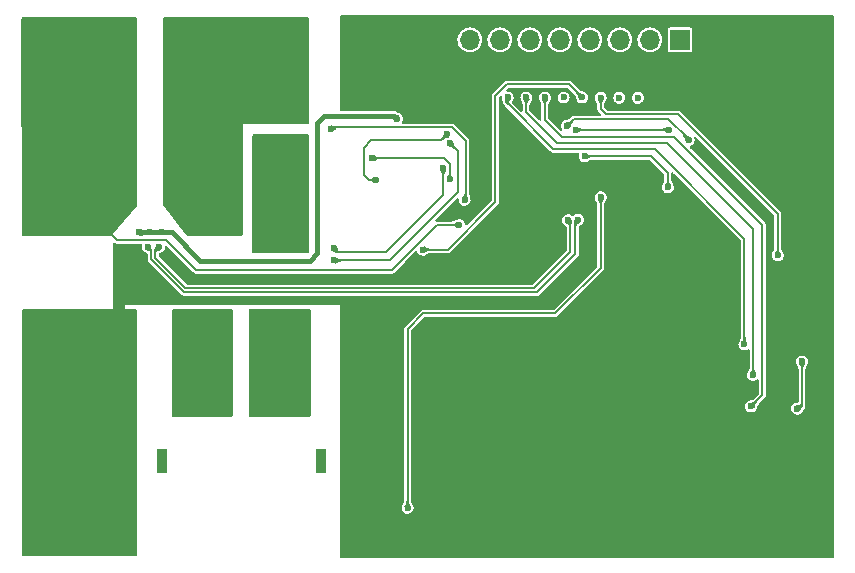
<source format=gbr>
%TF.GenerationSoftware,KiCad,Pcbnew,7.0.5*%
%TF.CreationDate,2023-06-27T23:48:28+08:00*%
%TF.ProjectId,BQ40Z80,42513430-5a38-4302-9e6b-696361645f70,rev?*%
%TF.SameCoordinates,Original*%
%TF.FileFunction,Copper,L3,Inr*%
%TF.FilePolarity,Positive*%
%FSLAX46Y46*%
G04 Gerber Fmt 4.6, Leading zero omitted, Abs format (unit mm)*
G04 Created by KiCad (PCBNEW 7.0.5) date 2023-06-27 23:48:28*
%MOMM*%
%LPD*%
G01*
G04 APERTURE LIST*
G04 Aperture macros list*
%AMRoundRect*
0 Rectangle with rounded corners*
0 $1 Rounding radius*
0 $2 $3 $4 $5 $6 $7 $8 $9 X,Y pos of 4 corners*
0 Add a 4 corners polygon primitive as box body*
4,1,4,$2,$3,$4,$5,$6,$7,$8,$9,$2,$3,0*
0 Add four circle primitives for the rounded corners*
1,1,$1+$1,$2,$3*
1,1,$1+$1,$4,$5*
1,1,$1+$1,$6,$7*
1,1,$1+$1,$8,$9*
0 Add four rect primitives between the rounded corners*
20,1,$1+$1,$2,$3,$4,$5,0*
20,1,$1+$1,$4,$5,$6,$7,0*
20,1,$1+$1,$6,$7,$8,$9,0*
20,1,$1+$1,$8,$9,$2,$3,0*%
G04 Aperture macros list end*
%TA.AperFunction,ComponentPad*%
%ADD10R,0.900000X2.000000*%
%TD*%
%TA.AperFunction,ComponentPad*%
%ADD11RoundRect,1.025000X1.025000X1.025000X-1.025000X1.025000X-1.025000X-1.025000X1.025000X-1.025000X0*%
%TD*%
%TA.AperFunction,ComponentPad*%
%ADD12C,4.100000*%
%TD*%
%TA.AperFunction,ComponentPad*%
%ADD13R,1.700000X1.700000*%
%TD*%
%TA.AperFunction,ComponentPad*%
%ADD14O,1.700000X1.700000*%
%TD*%
%TA.AperFunction,Conductor*%
%ADD15RoundRect,0.200000X-0.300000X0.050000X-0.300000X-0.050000X0.300000X-0.050000X0.300000X0.050000X0*%
%TD*%
%TA.AperFunction,ViaPad*%
%ADD16C,0.600000*%
%TD*%
%TA.AperFunction,Conductor*%
%ADD17C,0.180000*%
%TD*%
%TA.AperFunction,Conductor*%
%ADD18C,0.200000*%
%TD*%
%TA.AperFunction,Conductor*%
%ADD19C,0.400000*%
%TD*%
G04 APERTURE END LIST*
%TA.AperFunction,EtchedComponent*%
%TO.C,NT2*%
G36*
X109008800Y-125264800D02*
G01*
X108008800Y-125264800D01*
X108008800Y-124264800D01*
X109008800Y-124264800D01*
X109008800Y-125264800D01*
G37*
%TD.AperFunction*%
%TD*%
D10*
%TO.N,*%
%TO.C,J5*%
X125596600Y-137729200D03*
X112096600Y-137729200D03*
D11*
%TO.N,/PACK-*%
X115246600Y-131729200D03*
D12*
%TO.N,/PACK+*%
X122446600Y-131729200D03*
%TD*%
D13*
%TO.N,/PIN12*%
%TO.C,J4*%
X155981400Y-102108000D03*
D14*
%TO.N,/PIN13*%
X153441400Y-102108000D03*
%TO.N,/PIN15*%
X150901400Y-102108000D03*
%TO.N,/PIN16*%
X148361400Y-102108000D03*
%TO.N,/PIN17*%
X145821400Y-102108000D03*
%TO.N,/PIN20*%
X143281400Y-102108000D03*
%TO.N,/PIN21*%
X140741400Y-102108000D03*
%TO.N,/PIN22*%
X138201400Y-102108000D03*
%TD*%
D15*
%TO.N,GND*%
%TO.C,NT2*%
X108508800Y-124264800D03*
%TO.N,GNDPWR*%
X108508800Y-125264800D03*
%TD*%
D16*
%TO.N,GND*%
X134467600Y-134975600D03*
X151815800Y-144373600D03*
X146633800Y-113131200D03*
X135813800Y-101498400D03*
X160274000Y-125069600D03*
X145744800Y-113131200D03*
X167792400Y-111683800D03*
X146633800Y-114020200D03*
X114604800Y-122402600D03*
X135813800Y-103632000D03*
X166827200Y-122428000D03*
X144855800Y-114909200D03*
X108331000Y-122631200D03*
X135813800Y-102920800D03*
X144855800Y-113131200D03*
X150393400Y-144373600D03*
X167792400Y-114528600D03*
X167792400Y-113817400D03*
X158419800Y-100685600D03*
X158419800Y-102819200D03*
X152501600Y-117500400D03*
X144855800Y-114020200D03*
X131419600Y-124282200D03*
X135813800Y-100787200D03*
X136601200Y-134975600D03*
X135890000Y-134975600D03*
X160274000Y-126492000D03*
X166827200Y-123139200D03*
X158419800Y-102108000D03*
X160274000Y-125780800D03*
X162052000Y-113487200D03*
X166827200Y-121716800D03*
X152527000Y-144373600D03*
X149682200Y-144373600D03*
X158419800Y-101396800D03*
X133527800Y-143865600D03*
X134239000Y-143865600D03*
X161366200Y-109626400D03*
X135178800Y-134975600D03*
X151104600Y-144373600D03*
X109778800Y-122605800D03*
X153924000Y-117500400D03*
X167792400Y-112395000D03*
X145744800Y-114909200D03*
X153212800Y-117500400D03*
X151079200Y-117500400D03*
X151790400Y-117500400D03*
X132816600Y-143865600D03*
X130632200Y-124282200D03*
X135813800Y-102209600D03*
X137312400Y-134975600D03*
X158419800Y-103530400D03*
X145744800Y-114020200D03*
X130632200Y-122351800D03*
X167792400Y-113106200D03*
X131419600Y-122351800D03*
X161391600Y-111556800D03*
X160477200Y-114020600D03*
X146633800Y-114909200D03*
%TO.N,/SR_P*%
X147352100Y-117341300D03*
X110921800Y-119634000D03*
%TO.N,/PACK+*%
X122783600Y-129082800D03*
X120243600Y-129082800D03*
X122783600Y-127812800D03*
X124053600Y-126542800D03*
X122783600Y-126542800D03*
X124053600Y-127812800D03*
X120243600Y-127812800D03*
X136525000Y-110820200D03*
X124053600Y-125272800D03*
X126691947Y-120780637D03*
X121513600Y-127812800D03*
X122783600Y-125272800D03*
X124053600Y-129082800D03*
X121513600Y-129082800D03*
X121513600Y-125272800D03*
X121513600Y-126542800D03*
X120243600Y-126542800D03*
X120243600Y-125272800D03*
%TO.N,/SR_N*%
X111887000Y-119634000D03*
X146514300Y-117373400D03*
%TO.N,/BAT+*%
X102565200Y-113741200D03*
X105105200Y-115011200D03*
X108915200Y-109931200D03*
X105105200Y-109931200D03*
X108915200Y-115011200D03*
X102565200Y-104851200D03*
X107645200Y-113741200D03*
X101295200Y-102311200D03*
X106375200Y-108661200D03*
X103835200Y-104851200D03*
X106375200Y-112471200D03*
X137312400Y-117779800D03*
X101295200Y-109931200D03*
X107645200Y-101041200D03*
X108915200Y-111201200D03*
X108915200Y-103581200D03*
X105105200Y-102311200D03*
X107645200Y-104851200D03*
X103835200Y-117551200D03*
X107645200Y-117551200D03*
X107645200Y-103581200D03*
X101295200Y-115011200D03*
X105105200Y-107391200D03*
X101295200Y-108661200D03*
X106375200Y-106121200D03*
X108915200Y-107391200D03*
X102565200Y-112471200D03*
X103835200Y-111201200D03*
X105105200Y-117551200D03*
X107645200Y-102311200D03*
X102565200Y-111201200D03*
X102565200Y-115011200D03*
X107645200Y-107391200D03*
X102565200Y-102311200D03*
X106375200Y-104851200D03*
X106375200Y-111201200D03*
X102565200Y-116281200D03*
X102565200Y-109931200D03*
X108915200Y-108661200D03*
X106375200Y-101041200D03*
X103835200Y-102311200D03*
X108915200Y-106121200D03*
X102565200Y-103581200D03*
X101295200Y-112471200D03*
X107645200Y-116281200D03*
X103835200Y-109931200D03*
X106375200Y-102311200D03*
X105105200Y-103581200D03*
X106375200Y-117551200D03*
X103835200Y-107391200D03*
X106375200Y-103581200D03*
X101295200Y-117551200D03*
X107645200Y-111201200D03*
X106375200Y-115011200D03*
X106375200Y-107391200D03*
X108915200Y-101041200D03*
X105105200Y-113741200D03*
X103835200Y-103581200D03*
X105105200Y-116281200D03*
X101295200Y-104851200D03*
X101295200Y-101041200D03*
X107645200Y-109931200D03*
X106375200Y-113741200D03*
X101295200Y-111201200D03*
X103835200Y-113741200D03*
X102565200Y-106121200D03*
X102565200Y-117551200D03*
X108915200Y-116281200D03*
X101295200Y-116281200D03*
X101295200Y-113741200D03*
X106375200Y-109931200D03*
X108915200Y-113741200D03*
X103835200Y-108661200D03*
X107645200Y-106121200D03*
X108915200Y-102311200D03*
X103835200Y-112471200D03*
X102565200Y-108661200D03*
X101295200Y-103581200D03*
X105105200Y-111201200D03*
X105105200Y-101041200D03*
X105105200Y-112471200D03*
X105105200Y-106121200D03*
X107645200Y-112471200D03*
X106375200Y-116281200D03*
X103835200Y-115011200D03*
X101295200Y-107391200D03*
X108915200Y-104851200D03*
X103835200Y-116281200D03*
X103835200Y-101041200D03*
X103835200Y-106121200D03*
X101295200Y-106121200D03*
X105105200Y-104851200D03*
X108915200Y-112471200D03*
X102565200Y-107391200D03*
X107645200Y-115011200D03*
X102565200Y-101041200D03*
X105105200Y-108661200D03*
X107645200Y-108661200D03*
%TO.N,/LEDCNTLA*%
X165912800Y-133324600D03*
X166319200Y-129336800D03*
%TO.N,Net-(Q7-D)*%
X112115600Y-118414800D03*
X132054600Y-108788200D03*
X111150400Y-118414800D03*
X110159800Y-118414800D03*
%TO.N,/TS1*%
X132918200Y-141732000D03*
X149275800Y-115417600D03*
%TO.N,Net-(Q12-D)*%
X124053600Y-114452400D03*
X122783600Y-113182400D03*
X121513600Y-114452400D03*
X122783600Y-115722400D03*
X122783600Y-111912400D03*
X120243600Y-114452400D03*
X120243600Y-115722400D03*
X121513600Y-110642400D03*
X124053600Y-116992400D03*
X120243600Y-119532400D03*
X124053600Y-115722400D03*
X122783600Y-119532400D03*
X130276600Y-113969800D03*
X122783600Y-118262400D03*
X121513600Y-116992400D03*
X120243600Y-118262400D03*
X121513600Y-111912400D03*
X122783600Y-116992400D03*
X121513600Y-113182400D03*
X124053600Y-111912400D03*
X136296400Y-110068900D03*
X122783600Y-110642400D03*
X120243600Y-113182400D03*
X121513600Y-118262400D03*
X124053600Y-110642400D03*
X120243600Y-111912400D03*
X121513600Y-115722400D03*
X124053600Y-113182400D03*
X124053600Y-119532400D03*
X122783600Y-114452400D03*
X120243600Y-116992400D03*
X121513600Y-119532400D03*
X124053600Y-118262400D03*
X120243600Y-110642400D03*
%TO.N,Net-(Q8-G)*%
X126441200Y-109651800D03*
X137744200Y-115646200D03*
%TO.N,Net-(Q9-G)*%
X129895600Y-112115600D03*
X136499600Y-113919000D03*
%TO.N,Net-(Q12-G)*%
X135930100Y-112953800D03*
X126695200Y-119735600D03*
%TO.N,/PACK-*%
X113588800Y-127812800D03*
X117398800Y-126542800D03*
X113588800Y-126542800D03*
X114858800Y-127812800D03*
X116128800Y-129082800D03*
X114858800Y-126542800D03*
X117398800Y-125272800D03*
X116128800Y-125272800D03*
X114858800Y-125272800D03*
X113588800Y-125272800D03*
X117398800Y-129082800D03*
X117398800Y-127812800D03*
X116128800Y-126542800D03*
X114858800Y-129082800D03*
X113588800Y-129082800D03*
X116128800Y-127812800D03*
%TO.N,/PIN22*%
X161442400Y-127889000D03*
X141401800Y-106981500D03*
%TO.N,/PIN21*%
X142976600Y-106981500D03*
X162179000Y-130479800D03*
%TO.N,/PIN20*%
X144551400Y-106981500D03*
X162001200Y-133146800D03*
%TO.N,/PIN13*%
X150850600Y-107007900D03*
%TO.N,/PIN16*%
X147701000Y-106969300D03*
X134213600Y-119862600D03*
%TO.N,/PIN17*%
X146126200Y-106981500D03*
X147904200Y-111963200D03*
X154965400Y-114579400D03*
%TO.N,/PIN15*%
X164261800Y-120345200D03*
X149275800Y-106994700D03*
%TO.N,/PIN12*%
X152425400Y-107007900D03*
%TO.N,/SMBC*%
X156712223Y-110584360D03*
X146431596Y-109382184D03*
%TO.N,/SMBD*%
X155092400Y-109702600D03*
X147142200Y-109702600D03*
%TO.N,Net-(C9-Pad1)*%
X115214400Y-109931200D03*
X121564400Y-101041200D03*
X121564400Y-103581200D03*
X124104400Y-102311200D03*
X121564400Y-104851200D03*
X119024400Y-104851200D03*
X116484400Y-112471200D03*
X115214400Y-104851200D03*
X116484400Y-113741200D03*
X112674400Y-111201200D03*
X120294400Y-103581200D03*
X124104400Y-101041200D03*
X119024400Y-106121200D03*
X117754400Y-107391200D03*
X112674400Y-106121200D03*
X117754400Y-103581200D03*
X124104400Y-103581200D03*
X117754400Y-104851200D03*
X112674400Y-101041200D03*
X120294400Y-102311200D03*
X122834400Y-103581200D03*
X113944400Y-106121200D03*
X112674400Y-113741200D03*
X122834400Y-104851200D03*
X112674400Y-115011200D03*
X122834400Y-107391200D03*
X112674400Y-109931200D03*
X117754400Y-115011200D03*
X115214400Y-108661200D03*
X113944400Y-102311200D03*
X112674400Y-104851200D03*
X122834400Y-106121200D03*
X115214400Y-117551200D03*
X116484400Y-108661200D03*
X120294400Y-101041200D03*
X119024400Y-101041200D03*
X124104400Y-107391200D03*
X113944400Y-107391200D03*
X115214400Y-103581200D03*
X113944400Y-101041200D03*
X113944400Y-104851200D03*
X116484400Y-101041200D03*
X113944400Y-117551200D03*
X116484400Y-106121200D03*
X120294400Y-106121200D03*
X117754400Y-108661200D03*
X115214400Y-116281200D03*
X112674400Y-112471200D03*
X115214400Y-107391200D03*
X117754400Y-111201200D03*
X116484400Y-102311200D03*
X116484400Y-104851200D03*
X122834400Y-101041200D03*
X117754400Y-112471200D03*
X112674400Y-103581200D03*
X115214400Y-113741200D03*
X117754400Y-106121200D03*
X113944400Y-103581200D03*
X120294400Y-107391200D03*
X122834400Y-102311200D03*
X121564400Y-106121200D03*
X113944400Y-113741200D03*
X117754400Y-116281200D03*
X119024400Y-107391200D03*
X113944400Y-108661200D03*
X115214400Y-102311200D03*
X124104400Y-106121200D03*
X112674400Y-102311200D03*
X117754400Y-109931200D03*
X113944400Y-116281200D03*
X120294400Y-104851200D03*
X119024400Y-102311200D03*
X115214400Y-106121200D03*
X116484400Y-116281200D03*
X115214400Y-115011200D03*
X113944400Y-112471200D03*
X116484400Y-107391200D03*
X116484400Y-111201200D03*
X113944400Y-111201200D03*
X113944400Y-109931200D03*
X115214400Y-112471200D03*
X112674400Y-107391200D03*
X112674400Y-108661200D03*
X117754400Y-101041200D03*
X117754400Y-102311200D03*
X116484400Y-103581200D03*
X119024400Y-103581200D03*
X115214400Y-111201200D03*
X116484400Y-109931200D03*
X121564400Y-107391200D03*
X113944400Y-115011200D03*
X115214400Y-101041200D03*
X117754400Y-113741200D03*
X116484400Y-115011200D03*
X121564400Y-102311200D03*
X124104400Y-104851200D03*
%TO.N,GNDPWR*%
X108839000Y-127127000D03*
X103759000Y-142367000D03*
X101219000Y-130937000D03*
X108839000Y-134747000D03*
X102489000Y-139827000D03*
X107569000Y-137287000D03*
X108839000Y-144907000D03*
X101219000Y-139827000D03*
X107569000Y-128397000D03*
X108839000Y-138557000D03*
X102489000Y-141097000D03*
X103759000Y-130937000D03*
X105029000Y-136017000D03*
X105029000Y-134747000D03*
X105029000Y-127127000D03*
X107569000Y-134747000D03*
X108839000Y-129667000D03*
X105029000Y-137287000D03*
X108839000Y-130937000D03*
X102489000Y-125857000D03*
X106299000Y-127127000D03*
X102489000Y-138557000D03*
X103759000Y-137287000D03*
X101219000Y-141097000D03*
X105029000Y-144907000D03*
X102489000Y-143637000D03*
X108839000Y-141097000D03*
X105029000Y-129667000D03*
X101219000Y-133477000D03*
X107569000Y-142367000D03*
X106299000Y-132207000D03*
X108839000Y-132207000D03*
X103759000Y-139827000D03*
X107569000Y-139827000D03*
X105029000Y-138557000D03*
X107569000Y-141097000D03*
X106299000Y-142367000D03*
X102489000Y-144907000D03*
X103759000Y-129667000D03*
X108839000Y-142367000D03*
X103759000Y-132207000D03*
X101219000Y-138557000D03*
X108839000Y-143637000D03*
X103759000Y-133477000D03*
X107569000Y-138557000D03*
X107569000Y-133477000D03*
X105029000Y-130937000D03*
X101219000Y-129667000D03*
X106299000Y-144907000D03*
X106299000Y-134747000D03*
X107569000Y-144907000D03*
X103759000Y-125857000D03*
X106299000Y-130937000D03*
X108839000Y-136017000D03*
X101219000Y-142367000D03*
X107569000Y-132207000D03*
X102489000Y-134747000D03*
X103759000Y-138557000D03*
X102489000Y-127127000D03*
X101219000Y-132207000D03*
X102489000Y-129667000D03*
X107569000Y-130937000D03*
X105029000Y-143637000D03*
X105029000Y-142367000D03*
X105029000Y-128397000D03*
X107569000Y-136017000D03*
X106299000Y-129667000D03*
X106299000Y-138557000D03*
X101219000Y-134747000D03*
X106299000Y-137287000D03*
X102489000Y-130937000D03*
X106299000Y-136017000D03*
X101219000Y-127127000D03*
X108839000Y-137287000D03*
X102489000Y-128397000D03*
X108839000Y-139827000D03*
X102489000Y-132207000D03*
X105029000Y-141097000D03*
X103759000Y-134747000D03*
X106299000Y-141097000D03*
X103759000Y-136017000D03*
X107569000Y-143637000D03*
X105029000Y-132207000D03*
X107569000Y-129667000D03*
X106299000Y-139827000D03*
X101219000Y-137287000D03*
X103759000Y-143637000D03*
X106299000Y-128397000D03*
X101219000Y-144907000D03*
X103759000Y-144907000D03*
X102489000Y-136017000D03*
X107569000Y-125857000D03*
X106299000Y-125857000D03*
X108839000Y-125857000D03*
X101219000Y-136017000D03*
X101219000Y-143637000D03*
X106299000Y-133477000D03*
X108839000Y-133477000D03*
X108839000Y-128397000D03*
X103759000Y-127127000D03*
X107569000Y-127127000D03*
X101219000Y-125857000D03*
X105029000Y-139827000D03*
X101219000Y-128397000D03*
X103759000Y-128397000D03*
X102489000Y-142367000D03*
X102489000Y-137287000D03*
X105029000Y-133477000D03*
X106299000Y-143637000D03*
X105029000Y-125857000D03*
X102489000Y-133477000D03*
X103759000Y-141097000D03*
%TD*%
D17*
%TO.N,/SR_P*%
X110921800Y-119634000D02*
X111202100Y-119914300D01*
X147132150Y-120252906D02*
X147132150Y-117561250D01*
X113970544Y-123469400D02*
X143915656Y-123469400D01*
X111202100Y-119914300D02*
X111202100Y-120700956D01*
X147132150Y-117561250D02*
X147352100Y-117341300D01*
X143915656Y-123469400D02*
X147132150Y-120252906D01*
X111202100Y-120700956D02*
X113970544Y-123469400D01*
D18*
%TO.N,/PACK+*%
X126691947Y-120780637D02*
X126695584Y-120777000D01*
X126695584Y-120777000D02*
X131394200Y-120777000D01*
X137210800Y-114960400D02*
X137210800Y-111506000D01*
X131394200Y-120777000D02*
X137210800Y-114960400D01*
X137210800Y-111506000D02*
X136525000Y-110820200D01*
D17*
%TO.N,/SR_N*%
X143667544Y-123109400D02*
X146702150Y-120074794D01*
X114119660Y-123109400D02*
X143667544Y-123109400D01*
X111887000Y-119634000D02*
X111562100Y-119958900D01*
X111562100Y-119958900D02*
X111562100Y-120551840D01*
X111562100Y-120551840D02*
X114119660Y-123109400D01*
X146702150Y-117561250D02*
X146514300Y-117373400D01*
X146702150Y-120074794D02*
X146702150Y-117561250D01*
%TO.N,/BAT+*%
X131572000Y-121615200D02*
X115036600Y-121615200D01*
X108345200Y-119064000D02*
X107594400Y-118313200D01*
X135407400Y-117779800D02*
X131572000Y-121615200D01*
X137312400Y-117779800D02*
X135407400Y-117779800D01*
X112485400Y-119064000D02*
X108345200Y-119064000D01*
X115036600Y-121615200D02*
X112485400Y-119064000D01*
%TO.N,/LEDCNTLA*%
X166319200Y-132918200D02*
X165912800Y-133324600D01*
X166319200Y-129336800D02*
X166319200Y-132918200D01*
D19*
%TO.N,Net-(Q7-D)*%
X125272800Y-120192800D02*
X124663200Y-120802400D01*
X124663200Y-120802400D02*
X115366800Y-120802400D01*
X132029200Y-108788200D02*
X132054600Y-108788200D01*
X112979200Y-118414800D02*
X110159800Y-118414800D01*
X131800600Y-108559600D02*
X132029200Y-108788200D01*
X131800600Y-108559600D02*
X125831600Y-108559600D01*
X125272800Y-109118400D02*
X125272800Y-120192800D01*
X125831600Y-108559600D02*
X125272800Y-109118400D01*
X115366800Y-120802400D02*
X112979200Y-118414800D01*
D17*
%TO.N,/TS1*%
X132918200Y-126619000D02*
X134264400Y-125272800D01*
X145440400Y-125272800D02*
X149275800Y-121437400D01*
X149275800Y-121437400D02*
X149275800Y-115417600D01*
X134264400Y-125272800D02*
X145440400Y-125272800D01*
X132918200Y-141732000D02*
X132918200Y-126619000D01*
%TO.N,Net-(Q12-D)*%
X136296400Y-110068900D02*
X135748300Y-110617000D01*
X129209800Y-111226600D02*
X129209800Y-113538000D01*
X129641600Y-113969800D02*
X130276600Y-113969800D01*
X129819400Y-110617000D02*
X129209800Y-111226600D01*
X129209800Y-113538000D02*
X129641600Y-113969800D01*
X135748300Y-110617000D02*
X129819400Y-110617000D01*
%TO.N,Net-(Q8-G)*%
X137845800Y-110642400D02*
X137845800Y-115544600D01*
X126593600Y-109499400D02*
X136702800Y-109499400D01*
X137845800Y-115544600D02*
X137744200Y-115646200D01*
X126441200Y-109651800D02*
X126593600Y-109499400D01*
X136702800Y-109499400D02*
X137845800Y-110642400D01*
%TO.N,Net-(Q9-G)*%
X136499600Y-113919000D02*
X136499600Y-112649000D01*
X135966200Y-112115600D02*
X129895600Y-112115600D01*
X136499600Y-112649000D02*
X135966200Y-112115600D01*
%TO.N,Net-(Q12-G)*%
X127050800Y-120091200D02*
X131064000Y-120091200D01*
X131064000Y-120091200D02*
X135930100Y-115225100D01*
X126695200Y-119735600D02*
X127050800Y-120091200D01*
X135930100Y-115225100D02*
X135930100Y-112953800D01*
%TO.N,/PIN22*%
X141401800Y-107492800D02*
X145262600Y-111353600D01*
X161442400Y-118948200D02*
X161442400Y-127889000D01*
X141401800Y-106981500D02*
X141401800Y-107492800D01*
X145262600Y-111353600D02*
X153847800Y-111353600D01*
X153847800Y-111353600D02*
X161442400Y-118948200D01*
%TO.N,/PIN21*%
X162179000Y-118110000D02*
X162179000Y-130479800D01*
X154889200Y-110820200D02*
X162179000Y-118110000D01*
X142951200Y-107006900D02*
X142951200Y-108178600D01*
X142976600Y-106981500D02*
X142951200Y-107006900D01*
X145592800Y-110820200D02*
X154889200Y-110820200D01*
X142951200Y-108178600D02*
X145592800Y-110820200D01*
%TO.N,/PIN20*%
X162966400Y-117779800D02*
X155498800Y-110312200D01*
X144551400Y-108889800D02*
X144551400Y-106981500D01*
X162966400Y-132181600D02*
X162966400Y-117779800D01*
X145973800Y-110312200D02*
X144551400Y-108889800D01*
X162001200Y-133146800D02*
X162966400Y-132181600D01*
X155498800Y-110312200D02*
X145973800Y-110312200D01*
%TO.N,/PIN16*%
X136321800Y-119862600D02*
X140360400Y-115824000D01*
X140360400Y-115824000D02*
X140360400Y-106832400D01*
X146598900Y-105867200D02*
X147701000Y-106969300D01*
X140360400Y-106832400D02*
X141325600Y-105867200D01*
X134213600Y-119862600D02*
X136321800Y-119862600D01*
X141325600Y-105867200D02*
X146598900Y-105867200D01*
%TO.N,/PIN17*%
X153517600Y-111963200D02*
X154965400Y-113411000D01*
X154965400Y-113411000D02*
X154965400Y-114579400D01*
X147904200Y-111963200D02*
X153517600Y-111963200D01*
%TO.N,/PIN15*%
X155854400Y-108407200D02*
X149758400Y-108407200D01*
X149275800Y-107924600D02*
X149275800Y-106994700D01*
X164261800Y-120345200D02*
X164261800Y-116814600D01*
X164261800Y-116814600D02*
X155854400Y-108407200D01*
X149758400Y-108407200D02*
X149275800Y-107924600D01*
%TO.N,/SMBC*%
X146431596Y-109382184D02*
X147000180Y-108813600D01*
X156712223Y-110516321D02*
X156712223Y-110584360D01*
X147000180Y-108813600D02*
X155009502Y-108813600D01*
X155009502Y-108813600D02*
X156712223Y-110516321D01*
%TO.N,/SMBD*%
X147142200Y-109702600D02*
X155092400Y-109702600D01*
%TD*%
%TA.AperFunction,Conductor*%
%TO.N,/PACK-*%
G36*
X118028192Y-124924735D02*
G01*
X118042825Y-124930796D01*
X118089351Y-124970533D01*
X118096401Y-124984370D01*
X118102463Y-124999005D01*
X118110000Y-125036891D01*
X118110000Y-133890708D01*
X118102463Y-133928597D01*
X118096402Y-133943228D01*
X118056663Y-133989752D01*
X118042830Y-133996801D01*
X118035448Y-133999858D01*
X118028197Y-134002862D01*
X117990309Y-134010400D01*
X113098891Y-134010400D01*
X113061005Y-134002863D01*
X113046370Y-133996801D01*
X112999847Y-133957063D01*
X112992797Y-133943228D01*
X112986734Y-133928590D01*
X112979200Y-133890708D01*
X112979200Y-125036891D01*
X112986734Y-124999010D01*
X112992796Y-124984373D01*
X113032531Y-124937850D01*
X113046366Y-124930799D01*
X113061010Y-124924734D01*
X113098891Y-124917200D01*
X117990309Y-124917200D01*
X118028192Y-124924735D01*
G37*
%TD.AperFunction*%
%TD*%
%TA.AperFunction,Conductor*%
%TO.N,/BAT+*%
G36*
X109950992Y-100210535D02*
G01*
X109965625Y-100216596D01*
X110012151Y-100256333D01*
X110019201Y-100270170D01*
X110025263Y-100284805D01*
X110032800Y-100322691D01*
X110032800Y-116058178D01*
X110031284Y-116075438D01*
X110029778Y-116083944D01*
X110017944Y-116116334D01*
X110013612Y-116123807D01*
X110003650Y-116137972D01*
X107885334Y-118650394D01*
X107869774Y-118665228D01*
X107861455Y-118671588D01*
X107822700Y-118689604D01*
X107812474Y-118691865D01*
X107791101Y-118694200D01*
X100373338Y-118694200D01*
X100335482Y-118686676D01*
X100320853Y-118680622D01*
X100274314Y-118640901D01*
X100267287Y-118627134D01*
X100261210Y-118612504D01*
X100253635Y-118574666D01*
X100228565Y-100322844D01*
X100236060Y-100284923D01*
X100242110Y-100270274D01*
X100281796Y-100223710D01*
X100295691Y-100216618D01*
X100310334Y-100210547D01*
X100348247Y-100203000D01*
X109913109Y-100203000D01*
X109950992Y-100210535D01*
G37*
%TD.AperFunction*%
%TD*%
%TA.AperFunction,Conductor*%
%TO.N,GND*%
G36*
X168919399Y-100008035D02*
G01*
X168932825Y-100013596D01*
X168979350Y-100053333D01*
X168986401Y-100067170D01*
X168991963Y-100080598D01*
X168999500Y-100118484D01*
X168999500Y-145881515D01*
X168991963Y-145919404D01*
X168986402Y-145932828D01*
X168946663Y-145979352D01*
X168932829Y-145986401D01*
X168919403Y-145991962D01*
X168881516Y-145999500D01*
X127347084Y-145999500D01*
X127309198Y-145991963D01*
X127295770Y-145986401D01*
X127249247Y-145946663D01*
X127242197Y-145932828D01*
X127236134Y-145918190D01*
X127228600Y-145880308D01*
X127228600Y-141732002D01*
X132412553Y-141732002D01*
X132433034Y-141874456D01*
X132492822Y-142005371D01*
X132492823Y-142005373D01*
X132587072Y-142114143D01*
X132587073Y-142114144D01*
X132708142Y-142191950D01*
X132708147Y-142191953D01*
X132814603Y-142223211D01*
X132846235Y-142232499D01*
X132846236Y-142232499D01*
X132846239Y-142232500D01*
X132846241Y-142232500D01*
X132990159Y-142232500D01*
X132990161Y-142232500D01*
X133128253Y-142191953D01*
X133249328Y-142114143D01*
X133343577Y-142005373D01*
X133403365Y-141874457D01*
X133423847Y-141732000D01*
X133403365Y-141589543D01*
X133384627Y-141548513D01*
X133378985Y-141532753D01*
X133374450Y-141515646D01*
X133374449Y-141515642D01*
X133321195Y-141406923D01*
X133318724Y-141402193D01*
X133318701Y-141402151D01*
X133318682Y-141402116D01*
X133315888Y-141397093D01*
X133315860Y-141397042D01*
X133313195Y-141392524D01*
X133263294Y-141312659D01*
X133262384Y-141311140D01*
X133240072Y-141272251D01*
X133231522Y-141252745D01*
X133224563Y-141230658D01*
X133220288Y-141208604D01*
X133213919Y-141126829D01*
X133211893Y-141119048D01*
X133208700Y-141094112D01*
X133208700Y-126780336D01*
X133227607Y-126722146D01*
X133237696Y-126710333D01*
X134355733Y-125592296D01*
X134410250Y-125564519D01*
X134425737Y-125563300D01*
X145380375Y-125563300D01*
X145387223Y-125563775D01*
X145399569Y-125565497D01*
X145399570Y-125565498D01*
X145399570Y-125565497D01*
X145399571Y-125565498D01*
X145409543Y-125565036D01*
X145445968Y-125563352D01*
X145448247Y-125563300D01*
X145467316Y-125563300D01*
X145467318Y-125563300D01*
X145470577Y-125562690D01*
X145477387Y-125561899D01*
X145508062Y-125560482D01*
X145516399Y-125556800D01*
X145538196Y-125550049D01*
X145547158Y-125548375D01*
X145573269Y-125532206D01*
X145579325Y-125529015D01*
X145607416Y-125516613D01*
X145613860Y-125510168D01*
X145631744Y-125496001D01*
X145639499Y-125491201D01*
X145658005Y-125466692D01*
X145662502Y-125461526D01*
X147476530Y-123647498D01*
X149438777Y-121685250D01*
X149443951Y-121680750D01*
X149453895Y-121673241D01*
X149453898Y-121673240D01*
X149485224Y-121638875D01*
X149486757Y-121637270D01*
X149500249Y-121623780D01*
X149502124Y-121621041D01*
X149506371Y-121615677D01*
X149527066Y-121592978D01*
X149530360Y-121584473D01*
X149540999Y-121564289D01*
X149546150Y-121556771D01*
X149553180Y-121526877D01*
X149555202Y-121520348D01*
X149566300Y-121491704D01*
X149566300Y-121482588D01*
X149568930Y-121459920D01*
X149571017Y-121451048D01*
X149566775Y-121420635D01*
X149566300Y-121413789D01*
X149566300Y-116054985D01*
X149569995Y-116028189D01*
X149571520Y-116022767D01*
X149577889Y-115940989D01*
X149582166Y-115918930D01*
X149584936Y-115910141D01*
X149589121Y-115896858D01*
X149597673Y-115877345D01*
X149615358Y-115846520D01*
X149619974Y-115838472D01*
X149620909Y-115836914D01*
X149670800Y-115757064D01*
X149673464Y-115752548D01*
X149676328Y-115747397D01*
X149678800Y-115742666D01*
X149732703Y-115632620D01*
X149733974Y-115629928D01*
X149734878Y-115627937D01*
X149737107Y-115617716D01*
X149743779Y-115597687D01*
X149760965Y-115560057D01*
X149773598Y-115472192D01*
X149781447Y-115417602D01*
X149781447Y-115417597D01*
X149760965Y-115275143D01*
X149730455Y-115208336D01*
X149701177Y-115144227D01*
X149606928Y-115035457D01*
X149606927Y-115035456D01*
X149606926Y-115035455D01*
X149485857Y-114957649D01*
X149485854Y-114957647D01*
X149485853Y-114957647D01*
X149485850Y-114957646D01*
X149347764Y-114917100D01*
X149347761Y-114917100D01*
X149203839Y-114917100D01*
X149203835Y-114917100D01*
X149065749Y-114957646D01*
X149065742Y-114957649D01*
X148944673Y-115035455D01*
X148850422Y-115144228D01*
X148790634Y-115275143D01*
X148770153Y-115417597D01*
X148770153Y-115417602D01*
X148790633Y-115560054D01*
X148801555Y-115583969D01*
X148807818Y-115597682D01*
X148809371Y-115601081D01*
X148815014Y-115616847D01*
X148819546Y-115633948D01*
X148819547Y-115633951D01*
X148819548Y-115633953D01*
X148872825Y-115742723D01*
X148875347Y-115747544D01*
X148875365Y-115747576D01*
X148875367Y-115747580D01*
X148878174Y-115752618D01*
X148878226Y-115752708D01*
X148880798Y-115757064D01*
X148880824Y-115757107D01*
X148900536Y-115788657D01*
X148930686Y-115836914D01*
X148931641Y-115838508D01*
X148953923Y-115877343D01*
X148962478Y-115896861D01*
X148969432Y-115918932D01*
X148973709Y-115940994D01*
X148980079Y-116022764D01*
X148980080Y-116022766D01*
X148980080Y-116022769D01*
X148981531Y-116028344D01*
X148982106Y-116030549D01*
X148985300Y-116055493D01*
X148985300Y-121276062D01*
X148966393Y-121334253D01*
X148956304Y-121346066D01*
X145349067Y-124953304D01*
X145294550Y-124981081D01*
X145279063Y-124982300D01*
X134324425Y-124982300D01*
X134317577Y-124981825D01*
X134305228Y-124980101D01*
X134265048Y-124981959D01*
X134258831Y-124982247D01*
X134256553Y-124982300D01*
X134237479Y-124982300D01*
X134234214Y-124982910D01*
X134227401Y-124983700D01*
X134196741Y-124985117D01*
X134196736Y-124985118D01*
X134188395Y-124988801D01*
X134166607Y-124995548D01*
X134157645Y-124997223D01*
X134157639Y-124997226D01*
X134131540Y-125013384D01*
X134125473Y-125016583D01*
X134097383Y-125028986D01*
X134090932Y-125035437D01*
X134073058Y-125049595D01*
X134065303Y-125054397D01*
X134065299Y-125054400D01*
X134046799Y-125078897D01*
X134042295Y-125084074D01*
X132755227Y-126371141D01*
X132750052Y-126375645D01*
X132740100Y-126383160D01*
X132708801Y-126417493D01*
X132707225Y-126419144D01*
X132693757Y-126432612D01*
X132693745Y-126432628D01*
X132691870Y-126435364D01*
X132687617Y-126440731D01*
X132666935Y-126463419D01*
X132666932Y-126463424D01*
X132663636Y-126471931D01*
X132653005Y-126492101D01*
X132647851Y-126499625D01*
X132647849Y-126499629D01*
X132640819Y-126529517D01*
X132638789Y-126536070D01*
X132627700Y-126564695D01*
X132627700Y-126573810D01*
X132625070Y-126596478D01*
X132622983Y-126605350D01*
X132627225Y-126635761D01*
X132627700Y-126642607D01*
X132627700Y-141094611D01*
X132624004Y-141121408D01*
X132622481Y-141126821D01*
X132622480Y-141126831D01*
X132616109Y-141208602D01*
X132611832Y-141230661D01*
X132604878Y-141252733D01*
X132596324Y-141272253D01*
X132574046Y-141311080D01*
X132573091Y-141312674D01*
X132523194Y-141392537D01*
X132520553Y-141397014D01*
X132520523Y-141397066D01*
X132517714Y-141402115D01*
X132515209Y-141406908D01*
X132515189Y-141406948D01*
X132461262Y-141517044D01*
X132459920Y-141519892D01*
X132458994Y-141521938D01*
X132458992Y-141521942D01*
X132456792Y-141532067D01*
X132450105Y-141552163D01*
X132433035Y-141589542D01*
X132433033Y-141589547D01*
X132412553Y-141731997D01*
X132412553Y-141732002D01*
X127228600Y-141732002D01*
X127228600Y-127101600D01*
X127227170Y-125563353D01*
X127226356Y-124686907D01*
X127226355Y-124686906D01*
X127226262Y-124587000D01*
X127482600Y-124587000D01*
X127482600Y-123759900D01*
X143855631Y-123759900D01*
X143862479Y-123760375D01*
X143874825Y-123762097D01*
X143874826Y-123762098D01*
X143874826Y-123762097D01*
X143874827Y-123762098D01*
X143884799Y-123761636D01*
X143921224Y-123759952D01*
X143923503Y-123759900D01*
X143942572Y-123759900D01*
X143942574Y-123759900D01*
X143945833Y-123759290D01*
X143952643Y-123758499D01*
X143983318Y-123757082D01*
X143991655Y-123753400D01*
X144013452Y-123746649D01*
X144022414Y-123744975D01*
X144048525Y-123728806D01*
X144054581Y-123725615D01*
X144082672Y-123713213D01*
X144089116Y-123706768D01*
X144107000Y-123692601D01*
X144114755Y-123687801D01*
X144133261Y-123663292D01*
X144137758Y-123658126D01*
X145005980Y-122789904D01*
X147295127Y-120500756D01*
X147300301Y-120496256D01*
X147310245Y-120488747D01*
X147310248Y-120488746D01*
X147341574Y-120454381D01*
X147343107Y-120452776D01*
X147356598Y-120439287D01*
X147358473Y-120436548D01*
X147362720Y-120431184D01*
X147383416Y-120408484D01*
X147386710Y-120399980D01*
X147397348Y-120379797D01*
X147402500Y-120372278D01*
X147409529Y-120342389D01*
X147411558Y-120335839D01*
X147411878Y-120335013D01*
X147422650Y-120307210D01*
X147422650Y-120298096D01*
X147425280Y-120275427D01*
X147427367Y-120266555D01*
X147423125Y-120236145D01*
X147422650Y-120229299D01*
X147422650Y-117930718D01*
X147441557Y-117872527D01*
X147484199Y-117839075D01*
X147549340Y-117812458D01*
X147560522Y-117807079D01*
X147573796Y-117799678D01*
X147584211Y-117793020D01*
X147653154Y-117742866D01*
X147655488Y-117741270D01*
X147661093Y-117737668D01*
X147683228Y-117723443D01*
X147777477Y-117614673D01*
X147837265Y-117483757D01*
X147849644Y-117397657D01*
X147857747Y-117341302D01*
X147857747Y-117341297D01*
X147837265Y-117198843D01*
X147792137Y-117100028D01*
X147777477Y-117067927D01*
X147683228Y-116959157D01*
X147683227Y-116959156D01*
X147683226Y-116959155D01*
X147562157Y-116881349D01*
X147562154Y-116881347D01*
X147562153Y-116881347D01*
X147539267Y-116874627D01*
X147424064Y-116840800D01*
X147424061Y-116840800D01*
X147280139Y-116840800D01*
X147280135Y-116840800D01*
X147142049Y-116881346D01*
X147142042Y-116881349D01*
X147020972Y-116959156D01*
X146994111Y-116990156D01*
X146941715Y-117021751D01*
X146880754Y-117016515D01*
X146851397Y-116995183D01*
X146850781Y-116995895D01*
X146845427Y-116991256D01*
X146724357Y-116913449D01*
X146724354Y-116913447D01*
X146724353Y-116913447D01*
X146724350Y-116913446D01*
X146586264Y-116872900D01*
X146586261Y-116872900D01*
X146442339Y-116872900D01*
X146442335Y-116872900D01*
X146304249Y-116913446D01*
X146304242Y-116913449D01*
X146183173Y-116991255D01*
X146088922Y-117100028D01*
X146029134Y-117230943D01*
X146008653Y-117373397D01*
X146008653Y-117373402D01*
X146029134Y-117515856D01*
X146073401Y-117612785D01*
X146088923Y-117646773D01*
X146183172Y-117755543D01*
X146197935Y-117765031D01*
X146201521Y-117767569D01*
X146210107Y-117774239D01*
X146271331Y-117821803D01*
X146271338Y-117821808D01*
X146271342Y-117821811D01*
X146279109Y-117827289D01*
X146288956Y-117833573D01*
X146297220Y-117838323D01*
X146357949Y-117869573D01*
X146401039Y-117913009D01*
X146411650Y-117957601D01*
X146411650Y-119913456D01*
X146392743Y-119971647D01*
X146382654Y-119983460D01*
X143576211Y-122789904D01*
X143521694Y-122817681D01*
X143506207Y-122818900D01*
X127482600Y-122818900D01*
X127482600Y-121905700D01*
X131511975Y-121905700D01*
X131518823Y-121906175D01*
X131531169Y-121907897D01*
X131531170Y-121907898D01*
X131531170Y-121907897D01*
X131531171Y-121907898D01*
X131541143Y-121907436D01*
X131577568Y-121905752D01*
X131579847Y-121905700D01*
X131598916Y-121905700D01*
X131598918Y-121905700D01*
X131602177Y-121905090D01*
X131608987Y-121904299D01*
X131639662Y-121902882D01*
X131647999Y-121899200D01*
X131669796Y-121892449D01*
X131678758Y-121890775D01*
X131704869Y-121874606D01*
X131710925Y-121871415D01*
X131739016Y-121859013D01*
X131745460Y-121852568D01*
X131763344Y-121838401D01*
X131771099Y-121833601D01*
X131789605Y-121809092D01*
X131794102Y-121803926D01*
X132674934Y-120923094D01*
X133585143Y-120012884D01*
X133639658Y-119985109D01*
X133700090Y-119994680D01*
X133743355Y-120037945D01*
X133745198Y-120041763D01*
X133780385Y-120118810D01*
X133788223Y-120135973D01*
X133850392Y-120207720D01*
X133882473Y-120244744D01*
X134003542Y-120322550D01*
X134003547Y-120322553D01*
X134110003Y-120353811D01*
X134141635Y-120363099D01*
X134141636Y-120363099D01*
X134141639Y-120363100D01*
X134141641Y-120363100D01*
X134285559Y-120363100D01*
X134285561Y-120363100D01*
X134423653Y-120322553D01*
X134425277Y-120321508D01*
X134430248Y-120318705D01*
X134538666Y-120265600D01*
X134540835Y-120264466D01*
X134543352Y-120263152D01*
X134543373Y-120263140D01*
X134543397Y-120263128D01*
X134548548Y-120260264D01*
X134553064Y-120257600D01*
X134632937Y-120207694D01*
X134634472Y-120206774D01*
X134657585Y-120193514D01*
X134673345Y-120184473D01*
X134692858Y-120175921D01*
X134698091Y-120174271D01*
X134714933Y-120168965D01*
X134736990Y-120164688D01*
X134818769Y-120158319D01*
X134826551Y-120156292D01*
X134851493Y-120153100D01*
X136261775Y-120153100D01*
X136268623Y-120153575D01*
X136280969Y-120155297D01*
X136280970Y-120155298D01*
X136280970Y-120155297D01*
X136280971Y-120155298D01*
X136290943Y-120154836D01*
X136327368Y-120153152D01*
X136329647Y-120153100D01*
X136348716Y-120153100D01*
X136348718Y-120153100D01*
X136351977Y-120152490D01*
X136358787Y-120151699D01*
X136389462Y-120150282D01*
X136397799Y-120146600D01*
X136419596Y-120139849D01*
X136428558Y-120138175D01*
X136454669Y-120122006D01*
X136460725Y-120118815D01*
X136488816Y-120106413D01*
X136495260Y-120099968D01*
X136513144Y-120085801D01*
X136520899Y-120081001D01*
X136539405Y-120056492D01*
X136543902Y-120051326D01*
X138524928Y-118070300D01*
X140523377Y-116071850D01*
X140528551Y-116067350D01*
X140538495Y-116059841D01*
X140538498Y-116059840D01*
X140569824Y-116025475D01*
X140571357Y-116023870D01*
X140584848Y-116010381D01*
X140586723Y-116007642D01*
X140590970Y-116002278D01*
X140611666Y-115979578D01*
X140614958Y-115971080D01*
X140625602Y-115950886D01*
X140630750Y-115943372D01*
X140637781Y-115913476D01*
X140639803Y-115906947D01*
X140650900Y-115878304D01*
X140650900Y-115869188D01*
X140653530Y-115846520D01*
X140655617Y-115837648D01*
X140651375Y-115807235D01*
X140650900Y-115800389D01*
X140650900Y-106993737D01*
X140669807Y-106935546D01*
X140679896Y-106923734D01*
X140731839Y-106871790D01*
X140786355Y-106844012D01*
X140846787Y-106853583D01*
X140890052Y-106896847D01*
X140899836Y-106955879D01*
X140896153Y-106981499D01*
X140896153Y-106981502D01*
X140916634Y-107123956D01*
X140927497Y-107147742D01*
X140935150Y-107172915D01*
X140936126Y-107178894D01*
X140936128Y-107178903D01*
X140982498Y-107302775D01*
X140983153Y-107304638D01*
X140989741Y-107324644D01*
X141015921Y-107404148D01*
X141017240Y-107407907D01*
X141018712Y-107411852D01*
X141018724Y-107411883D01*
X141020077Y-107415319D01*
X141038912Y-107460758D01*
X141057465Y-107505517D01*
X141061472Y-107514051D01*
X141061493Y-107514094D01*
X141066879Y-107524319D01*
X141066908Y-107524372D01*
X141071674Y-107532486D01*
X141071688Y-107532509D01*
X141071701Y-107532531D01*
X141071709Y-107532543D01*
X141071718Y-107532558D01*
X141132240Y-107625497D01*
X141132242Y-107625500D01*
X141136938Y-107632122D01*
X141136957Y-107632148D01*
X141143008Y-107640004D01*
X141143035Y-107640038D01*
X141143037Y-107640040D01*
X141148261Y-107646293D01*
X141148275Y-107646308D01*
X141149305Y-107647541D01*
X141152158Y-107651308D01*
X141157985Y-107659815D01*
X141164433Y-107666263D01*
X141178596Y-107684142D01*
X141183400Y-107691900D01*
X141195343Y-107700919D01*
X141209081Y-107713487D01*
X141241149Y-107748915D01*
X141242926Y-107750829D01*
X141244228Y-107752196D01*
X141244229Y-107752197D01*
X141244230Y-107752198D01*
X141256234Y-107760432D01*
X141270238Y-107772067D01*
X145014739Y-111516569D01*
X145019244Y-111521746D01*
X145026759Y-111531696D01*
X145026760Y-111531698D01*
X145061082Y-111562986D01*
X145062736Y-111564566D01*
X145076217Y-111578046D01*
X145076220Y-111578049D01*
X145078955Y-111579922D01*
X145084325Y-111584175D01*
X145107022Y-111604866D01*
X145115525Y-111608160D01*
X145135707Y-111618798D01*
X145143228Y-111623949D01*
X145143229Y-111623950D01*
X145173117Y-111630979D01*
X145179654Y-111633003D01*
X145208296Y-111644100D01*
X145217411Y-111644100D01*
X145240078Y-111646729D01*
X145248952Y-111648817D01*
X145273247Y-111645427D01*
X145279363Y-111644575D01*
X145286209Y-111644100D01*
X147345658Y-111644100D01*
X147403849Y-111663007D01*
X147439813Y-111712507D01*
X147439813Y-111773693D01*
X147435711Y-111784226D01*
X147419034Y-111820741D01*
X147419034Y-111820743D01*
X147398553Y-111963197D01*
X147398553Y-111963202D01*
X147419034Y-112105656D01*
X147478822Y-112236571D01*
X147478823Y-112236573D01*
X147540992Y-112308320D01*
X147573073Y-112345344D01*
X147694142Y-112423150D01*
X147694147Y-112423153D01*
X147800603Y-112454411D01*
X147832235Y-112463699D01*
X147832236Y-112463699D01*
X147832239Y-112463700D01*
X147832241Y-112463700D01*
X147976159Y-112463700D01*
X147976161Y-112463700D01*
X148114253Y-112423153D01*
X148115877Y-112422108D01*
X148120848Y-112419305D01*
X148229266Y-112366200D01*
X148231435Y-112365066D01*
X148233952Y-112363752D01*
X148233973Y-112363740D01*
X148233997Y-112363728D01*
X148239148Y-112360864D01*
X148243664Y-112358200D01*
X148323537Y-112308294D01*
X148325072Y-112307374D01*
X148348185Y-112294114D01*
X148363945Y-112285073D01*
X148383458Y-112276521D01*
X148388691Y-112274871D01*
X148405533Y-112269565D01*
X148427590Y-112265288D01*
X148509369Y-112258919D01*
X148517151Y-112256892D01*
X148542093Y-112253700D01*
X153356263Y-112253700D01*
X153414454Y-112272607D01*
X153426267Y-112282696D01*
X154645904Y-113502333D01*
X154673681Y-113556850D01*
X154674900Y-113572337D01*
X154674900Y-113942011D01*
X154671204Y-113968808D01*
X154669681Y-113974221D01*
X154669680Y-113974231D01*
X154663309Y-114056002D01*
X154659032Y-114078061D01*
X154652078Y-114100133D01*
X154643524Y-114119653D01*
X154621246Y-114158480D01*
X154620291Y-114160074D01*
X154570394Y-114239937D01*
X154567753Y-114244414D01*
X154567723Y-114244466D01*
X154564914Y-114249515D01*
X154562409Y-114254308D01*
X154562389Y-114254348D01*
X154508462Y-114364444D01*
X154507120Y-114367292D01*
X154506194Y-114369338D01*
X154506192Y-114369342D01*
X154503992Y-114379467D01*
X154497305Y-114399563D01*
X154480235Y-114436942D01*
X154480233Y-114436947D01*
X154459753Y-114579397D01*
X154459753Y-114579402D01*
X154480234Y-114721856D01*
X154540022Y-114852771D01*
X154540023Y-114852773D01*
X154615209Y-114939543D01*
X154634273Y-114961544D01*
X154755342Y-115039350D01*
X154755347Y-115039353D01*
X154861803Y-115070611D01*
X154893435Y-115079899D01*
X154893436Y-115079899D01*
X154893439Y-115079900D01*
X154893441Y-115079900D01*
X155037359Y-115079900D01*
X155037361Y-115079900D01*
X155175453Y-115039353D01*
X155296528Y-114961543D01*
X155390777Y-114852773D01*
X155450565Y-114721857D01*
X155471047Y-114579400D01*
X155450565Y-114436943D01*
X155433494Y-114399563D01*
X155431827Y-114395913D01*
X155426185Y-114380153D01*
X155421650Y-114363046D01*
X155421649Y-114363042D01*
X155368395Y-114254323D01*
X155365924Y-114249593D01*
X155365901Y-114249551D01*
X155365882Y-114249516D01*
X155363088Y-114244493D01*
X155363060Y-114244442D01*
X155360395Y-114239924D01*
X155310494Y-114160059D01*
X155309584Y-114158540D01*
X155287272Y-114119651D01*
X155278722Y-114100145D01*
X155271763Y-114078058D01*
X155267488Y-114056004D01*
X155261119Y-113974229D01*
X155259093Y-113966445D01*
X155255900Y-113941505D01*
X155255900Y-113471026D01*
X155256375Y-113464179D01*
X155258096Y-113451834D01*
X155258098Y-113451829D01*
X155256467Y-113416569D01*
X155272665Y-113357570D01*
X155320450Y-113319358D01*
X155381570Y-113316530D01*
X155425365Y-113341993D01*
X161122905Y-119039534D01*
X161150681Y-119094049D01*
X161151900Y-119109536D01*
X161151900Y-127251611D01*
X161148204Y-127278408D01*
X161146681Y-127283821D01*
X161146680Y-127283831D01*
X161140309Y-127365602D01*
X161136032Y-127387661D01*
X161129078Y-127409733D01*
X161120524Y-127429253D01*
X161098246Y-127468080D01*
X161097291Y-127469674D01*
X161047394Y-127549537D01*
X161044753Y-127554014D01*
X161044723Y-127554066D01*
X161041914Y-127559115D01*
X161039409Y-127563908D01*
X161039389Y-127563948D01*
X160985462Y-127674044D01*
X160984120Y-127676892D01*
X160983194Y-127678938D01*
X160983192Y-127678942D01*
X160980992Y-127689067D01*
X160974305Y-127709163D01*
X160957235Y-127746542D01*
X160957233Y-127746547D01*
X160936753Y-127888997D01*
X160936753Y-127889002D01*
X160957234Y-128031456D01*
X160996300Y-128116996D01*
X161017023Y-128162373D01*
X161111272Y-128271143D01*
X161111273Y-128271144D01*
X161232342Y-128348950D01*
X161232347Y-128348953D01*
X161333177Y-128378559D01*
X161370435Y-128389499D01*
X161370436Y-128389499D01*
X161370439Y-128389500D01*
X161370441Y-128389500D01*
X161514359Y-128389500D01*
X161514361Y-128389500D01*
X161652453Y-128348953D01*
X161735979Y-128295274D01*
X161795151Y-128279720D01*
X161852168Y-128301919D01*
X161885247Y-128353391D01*
X161888500Y-128378559D01*
X161888500Y-129842411D01*
X161884804Y-129869208D01*
X161883281Y-129874621D01*
X161883280Y-129874631D01*
X161876909Y-129956402D01*
X161872632Y-129978461D01*
X161865678Y-130000533D01*
X161857124Y-130020053D01*
X161834846Y-130058880D01*
X161833891Y-130060474D01*
X161783994Y-130140337D01*
X161781353Y-130144814D01*
X161781323Y-130144866D01*
X161778514Y-130149915D01*
X161776009Y-130154708D01*
X161775989Y-130154748D01*
X161722062Y-130264844D01*
X161720720Y-130267692D01*
X161719794Y-130269738D01*
X161719792Y-130269742D01*
X161717592Y-130279867D01*
X161710905Y-130299963D01*
X161693835Y-130337342D01*
X161693833Y-130337347D01*
X161673353Y-130479797D01*
X161673353Y-130479802D01*
X161693834Y-130622256D01*
X161753622Y-130753171D01*
X161753623Y-130753173D01*
X161846420Y-130860267D01*
X161847873Y-130861944D01*
X161968942Y-130939750D01*
X161968947Y-130939753D01*
X162075403Y-130971011D01*
X162107035Y-130980299D01*
X162107036Y-130980299D01*
X162107039Y-130980300D01*
X162107041Y-130980300D01*
X162250959Y-130980300D01*
X162250961Y-130980300D01*
X162389053Y-130939753D01*
X162510128Y-130861943D01*
X162510137Y-130861931D01*
X162512060Y-130860267D01*
X162514036Y-130859431D01*
X162516085Y-130858115D01*
X162516312Y-130858469D01*
X162568417Y-130836444D01*
X162628014Y-130850296D01*
X162668086Y-130896533D01*
X162675899Y-130935080D01*
X162675899Y-132020262D01*
X162656992Y-132078453D01*
X162646903Y-132090266D01*
X162246485Y-132490684D01*
X162224925Y-132507017D01*
X162220027Y-132509765D01*
X162220015Y-132509773D01*
X162157678Y-132563097D01*
X162139057Y-132575670D01*
X162118540Y-132586356D01*
X162098690Y-132594109D01*
X162055468Y-132605816D01*
X162053664Y-132606268D01*
X161961982Y-132627439D01*
X161956956Y-132628734D01*
X161951258Y-132630356D01*
X161946167Y-132631952D01*
X161946113Y-132631970D01*
X161830003Y-132671729D01*
X161827018Y-132672805D01*
X161824842Y-132673628D01*
X161820181Y-132675976D01*
X161819903Y-132675424D01*
X161801658Y-132683759D01*
X161791154Y-132686843D01*
X161791142Y-132686849D01*
X161670073Y-132764655D01*
X161575822Y-132873428D01*
X161516034Y-133004343D01*
X161495553Y-133146797D01*
X161495553Y-133146802D01*
X161516034Y-133289256D01*
X161571605Y-133410937D01*
X161575823Y-133420173D01*
X161663239Y-133521057D01*
X161670073Y-133528944D01*
X161777482Y-133597971D01*
X161791147Y-133606753D01*
X161897603Y-133638011D01*
X161929235Y-133647299D01*
X161929236Y-133647299D01*
X161929239Y-133647300D01*
X161929241Y-133647300D01*
X162073159Y-133647300D01*
X162073161Y-133647300D01*
X162211253Y-133606753D01*
X162332328Y-133528943D01*
X162426577Y-133420173D01*
X162462483Y-133341545D01*
X162464689Y-133337281D01*
X162472055Y-133324602D01*
X165407153Y-133324602D01*
X165427634Y-133467056D01*
X165455898Y-133528944D01*
X165487423Y-133597973D01*
X165530164Y-133647299D01*
X165581673Y-133706744D01*
X165702742Y-133784550D01*
X165702747Y-133784553D01*
X165809203Y-133815811D01*
X165840835Y-133825099D01*
X165840836Y-133825099D01*
X165840839Y-133825100D01*
X165840841Y-133825100D01*
X165984759Y-133825100D01*
X165984761Y-133825100D01*
X166122853Y-133784553D01*
X166243928Y-133706743D01*
X166338177Y-133597973D01*
X166360523Y-133549039D01*
X166372199Y-133529687D01*
X166378860Y-133521057D01*
X166433554Y-133410929D01*
X166436367Y-133405998D01*
X166488919Y-133325074D01*
X166490680Y-133322275D01*
X166542420Y-133237023D01*
X166547762Y-133227013D01*
X166553645Y-133214357D01*
X166557869Y-133203769D01*
X166593532Y-133097637D01*
X166596763Y-133085681D01*
X166599837Y-133070797D01*
X166601607Y-133058540D01*
X166607830Y-132983887D01*
X166608503Y-132978904D01*
X166609700Y-132972504D01*
X166609700Y-132963527D01*
X166609870Y-132959427D01*
X166609934Y-132958650D01*
X166610323Y-132953975D01*
X166612612Y-132939517D01*
X166614417Y-132931849D01*
X166614353Y-132931390D01*
X166613487Y-132913633D01*
X166613510Y-132913086D01*
X166611223Y-132900212D01*
X166609700Y-132882924D01*
X166609700Y-129974185D01*
X166613395Y-129947389D01*
X166614920Y-129941967D01*
X166621289Y-129860189D01*
X166625566Y-129838130D01*
X166632521Y-129816058D01*
X166641073Y-129796545D01*
X166650114Y-129780785D01*
X166663374Y-129757672D01*
X166664309Y-129756114D01*
X166714200Y-129676264D01*
X166716864Y-129671748D01*
X166719728Y-129666597D01*
X166722200Y-129661866D01*
X166776103Y-129551820D01*
X166777374Y-129549128D01*
X166778278Y-129547137D01*
X166780507Y-129536916D01*
X166787179Y-129516887D01*
X166804365Y-129479257D01*
X166824847Y-129336800D01*
X166804365Y-129194343D01*
X166744577Y-129063427D01*
X166650328Y-128954657D01*
X166650327Y-128954656D01*
X166650326Y-128954655D01*
X166529257Y-128876849D01*
X166529254Y-128876847D01*
X166529253Y-128876847D01*
X166529250Y-128876846D01*
X166391164Y-128836300D01*
X166391161Y-128836300D01*
X166247239Y-128836300D01*
X166247235Y-128836300D01*
X166109149Y-128876846D01*
X166109142Y-128876849D01*
X165988073Y-128954655D01*
X165893822Y-129063428D01*
X165834034Y-129194343D01*
X165813553Y-129336797D01*
X165813553Y-129336802D01*
X165834033Y-129479254D01*
X165844955Y-129503169D01*
X165851218Y-129516882D01*
X165852771Y-129520281D01*
X165858414Y-129536047D01*
X165862946Y-129553148D01*
X165862947Y-129553151D01*
X165862948Y-129553153D01*
X165916225Y-129661923D01*
X165918747Y-129666744D01*
X165918765Y-129666776D01*
X165918767Y-129666780D01*
X165921574Y-129671818D01*
X165921626Y-129671908D01*
X165924212Y-129676287D01*
X165974086Y-129756114D01*
X165975041Y-129757708D01*
X165997323Y-129796543D01*
X166005878Y-129816061D01*
X166012832Y-129838132D01*
X166017109Y-129860194D01*
X166023479Y-129941964D01*
X166025506Y-129949749D01*
X166028700Y-129974693D01*
X166028700Y-132715244D01*
X166009793Y-132773435D01*
X165960293Y-132809399D01*
X165928481Y-132814236D01*
X165922117Y-132814157D01*
X165922076Y-132814158D01*
X165910386Y-132814682D01*
X165910319Y-132814687D01*
X165896023Y-132816151D01*
X165896002Y-132816153D01*
X165888642Y-132817335D01*
X165884382Y-132818020D01*
X165884375Y-132818021D01*
X165884372Y-132818022D01*
X165867247Y-132821789D01*
X165845980Y-132824100D01*
X165840839Y-132824100D01*
X165840837Y-132824100D01*
X165840833Y-132824101D01*
X165794988Y-132837562D01*
X165791678Y-132838411D01*
X165772791Y-132842565D01*
X165763039Y-132844711D01*
X165763036Y-132844711D01*
X165763035Y-132844712D01*
X165754302Y-132847040D01*
X165754272Y-132847048D01*
X165748048Y-132849005D01*
X165742039Y-132850997D01*
X165737020Y-132853359D01*
X165722770Y-132858766D01*
X165713855Y-132861385D01*
X165702746Y-132864647D01*
X165702742Y-132864649D01*
X165581673Y-132942455D01*
X165487422Y-133051228D01*
X165427634Y-133182143D01*
X165407153Y-133324597D01*
X165407153Y-133324602D01*
X162472055Y-133324602D01*
X162476804Y-133316428D01*
X162484545Y-133293818D01*
X162486352Y-133289284D01*
X162486365Y-133289257D01*
X162486365Y-133289252D01*
X162486368Y-133289247D01*
X162487603Y-133285039D01*
X162488259Y-133282971D01*
X162516019Y-133201910D01*
X162517607Y-133196850D01*
X162519224Y-133191189D01*
X162520543Y-133186080D01*
X162541740Y-133094283D01*
X162542170Y-133092567D01*
X162553886Y-133049306D01*
X162561636Y-133029463D01*
X162572333Y-133008926D01*
X162584901Y-132990314D01*
X162638222Y-132927987D01*
X162642287Y-132921060D01*
X162657663Y-132901164D01*
X163129377Y-132429450D01*
X163134551Y-132424950D01*
X163144495Y-132417441D01*
X163144498Y-132417440D01*
X163175824Y-132383075D01*
X163177357Y-132381470D01*
X163190848Y-132367981D01*
X163192723Y-132365242D01*
X163196970Y-132359878D01*
X163217666Y-132337178D01*
X163220960Y-132328674D01*
X163231598Y-132308491D01*
X163236750Y-132300972D01*
X163243779Y-132271083D01*
X163245808Y-132264533D01*
X163256900Y-132235904D01*
X163256900Y-132226790D01*
X163259530Y-132204121D01*
X163261617Y-132195249D01*
X163257375Y-132164836D01*
X163256900Y-132157990D01*
X163256900Y-117839827D01*
X163257375Y-117832980D01*
X163259098Y-117820627D01*
X163258129Y-117799671D01*
X163256952Y-117774231D01*
X163256900Y-117771953D01*
X163256900Y-117752886D01*
X163256900Y-117752882D01*
X163256289Y-117749618D01*
X163255499Y-117742815D01*
X163254082Y-117712138D01*
X163250397Y-117703792D01*
X163243649Y-117682000D01*
X163241975Y-117673042D01*
X163225806Y-117646928D01*
X163222618Y-117640880D01*
X163210213Y-117612784D01*
X163203761Y-117606332D01*
X163189601Y-117588454D01*
X163184801Y-117580701D01*
X163160302Y-117562200D01*
X163155127Y-117557697D01*
X156823402Y-111225973D01*
X156795625Y-111171456D01*
X156805196Y-111111024D01*
X156848461Y-111067759D01*
X156865511Y-111060980D01*
X156922276Y-111044313D01*
X157043351Y-110966503D01*
X157137600Y-110857733D01*
X157197388Y-110726817D01*
X157209133Y-110645129D01*
X157217870Y-110584362D01*
X157217870Y-110584357D01*
X157197389Y-110441905D01*
X157190052Y-110425840D01*
X157189235Y-110424052D01*
X157182260Y-110363268D01*
X157212346Y-110309990D01*
X157268002Y-110284572D01*
X157327969Y-110296721D01*
X157349293Y-110312922D01*
X163942304Y-116905932D01*
X163970081Y-116960449D01*
X163971300Y-116975936D01*
X163971300Y-119707811D01*
X163967604Y-119734608D01*
X163966081Y-119740021D01*
X163966080Y-119740031D01*
X163959709Y-119821802D01*
X163955432Y-119843861D01*
X163948478Y-119865933D01*
X163939924Y-119885453D01*
X163917646Y-119924280D01*
X163916691Y-119925874D01*
X163866794Y-120005737D01*
X163864153Y-120010214D01*
X163864123Y-120010266D01*
X163861314Y-120015315D01*
X163858809Y-120020108D01*
X163858789Y-120020148D01*
X163804862Y-120130244D01*
X163803520Y-120133092D01*
X163802594Y-120135138D01*
X163802592Y-120135142D01*
X163800392Y-120145267D01*
X163793705Y-120165363D01*
X163776635Y-120202742D01*
X163776633Y-120202747D01*
X163756153Y-120345197D01*
X163756153Y-120345202D01*
X163776634Y-120487656D01*
X163777132Y-120488746D01*
X163836423Y-120618573D01*
X163930672Y-120727343D01*
X163930673Y-120727344D01*
X164013599Y-120780637D01*
X164051747Y-120805153D01*
X164158203Y-120836411D01*
X164189835Y-120845699D01*
X164189836Y-120845699D01*
X164189839Y-120845700D01*
X164189841Y-120845700D01*
X164333759Y-120845700D01*
X164333761Y-120845700D01*
X164471853Y-120805153D01*
X164592928Y-120727343D01*
X164687177Y-120618573D01*
X164746965Y-120487657D01*
X164759785Y-120398494D01*
X164767447Y-120345202D01*
X164767447Y-120345197D01*
X164750783Y-120229299D01*
X164746965Y-120202743D01*
X164729894Y-120165363D01*
X164728227Y-120161713D01*
X164722585Y-120145953D01*
X164718050Y-120128846D01*
X164718049Y-120128842D01*
X164664795Y-120020123D01*
X164662324Y-120015393D01*
X164662301Y-120015351D01*
X164662282Y-120015316D01*
X164659488Y-120010293D01*
X164659460Y-120010242D01*
X164656795Y-120005724D01*
X164606894Y-119925859D01*
X164605984Y-119924340D01*
X164583672Y-119885451D01*
X164575122Y-119865945D01*
X164568163Y-119843858D01*
X164563888Y-119821804D01*
X164557519Y-119740029D01*
X164555493Y-119732245D01*
X164552300Y-119707305D01*
X164552300Y-116874627D01*
X164552775Y-116867780D01*
X164554498Y-116855427D01*
X164552353Y-116809039D01*
X164552300Y-116806753D01*
X164552300Y-116787686D01*
X164552300Y-116787682D01*
X164551689Y-116784418D01*
X164550899Y-116777615D01*
X164549482Y-116746938D01*
X164545797Y-116738592D01*
X164539049Y-116716800D01*
X164537375Y-116707842D01*
X164521206Y-116681728D01*
X164518018Y-116675680D01*
X164505613Y-116647584D01*
X164499161Y-116641132D01*
X164485001Y-116623254D01*
X164480201Y-116615501D01*
X164455702Y-116597000D01*
X164450527Y-116592497D01*
X156102255Y-108244225D01*
X156097748Y-108239046D01*
X156090239Y-108229101D01*
X156055916Y-108197811D01*
X156054263Y-108196233D01*
X156040781Y-108182752D01*
X156038050Y-108180881D01*
X156032669Y-108176619D01*
X156009978Y-108155934D01*
X156001470Y-108152638D01*
X155981290Y-108142000D01*
X155973774Y-108136851D01*
X155973770Y-108136849D01*
X155943884Y-108129819D01*
X155937331Y-108127789D01*
X155908709Y-108116701D01*
X155908705Y-108116700D01*
X155908704Y-108116700D01*
X155908702Y-108116700D01*
X155899590Y-108116700D01*
X155876922Y-108114070D01*
X155868049Y-108111983D01*
X155837638Y-108116225D01*
X155830792Y-108116700D01*
X149919737Y-108116700D01*
X149861546Y-108097793D01*
X149849733Y-108087704D01*
X149595296Y-107833267D01*
X149567519Y-107778750D01*
X149566300Y-107763263D01*
X149566300Y-107632085D01*
X149569995Y-107605289D01*
X149571520Y-107599867D01*
X149577889Y-107518089D01*
X149582166Y-107496030D01*
X149589121Y-107473958D01*
X149597673Y-107454445D01*
X149614043Y-107425912D01*
X149619974Y-107415572D01*
X149620909Y-107414014D01*
X149670800Y-107334164D01*
X149673464Y-107329648D01*
X149675916Y-107325239D01*
X149676332Y-107324490D01*
X149676354Y-107324447D01*
X149678800Y-107319766D01*
X149732703Y-107209720D01*
X149733974Y-107207028D01*
X149734878Y-107205037D01*
X149737107Y-107194816D01*
X149743779Y-107174787D01*
X149760965Y-107137157D01*
X149777186Y-107024334D01*
X149779549Y-107007900D01*
X150344953Y-107007900D01*
X150365434Y-107150356D01*
X150407594Y-107242671D01*
X150425223Y-107281273D01*
X150515479Y-107385435D01*
X150519473Y-107390044D01*
X150640542Y-107467850D01*
X150640547Y-107467853D01*
X150728299Y-107493619D01*
X150778635Y-107508399D01*
X150778636Y-107508399D01*
X150778639Y-107508400D01*
X150778641Y-107508400D01*
X150922559Y-107508400D01*
X150922561Y-107508400D01*
X151060653Y-107467853D01*
X151181728Y-107390043D01*
X151275977Y-107281273D01*
X151335765Y-107150357D01*
X151356247Y-107007900D01*
X151919753Y-107007900D01*
X151940234Y-107150356D01*
X151982394Y-107242671D01*
X152000023Y-107281273D01*
X152090279Y-107385435D01*
X152094273Y-107390044D01*
X152215342Y-107467850D01*
X152215347Y-107467853D01*
X152303099Y-107493619D01*
X152353435Y-107508399D01*
X152353436Y-107508399D01*
X152353439Y-107508400D01*
X152353441Y-107508400D01*
X152497359Y-107508400D01*
X152497361Y-107508400D01*
X152635453Y-107467853D01*
X152756528Y-107390043D01*
X152850777Y-107281273D01*
X152910565Y-107150357D01*
X152931047Y-107007900D01*
X152929149Y-106994702D01*
X152910565Y-106865443D01*
X152874837Y-106787210D01*
X152850777Y-106734527D01*
X152756528Y-106625757D01*
X152756527Y-106625756D01*
X152756526Y-106625755D01*
X152635457Y-106547949D01*
X152635454Y-106547947D01*
X152635453Y-106547947D01*
X152635450Y-106547946D01*
X152497364Y-106507400D01*
X152497361Y-106507400D01*
X152353439Y-106507400D01*
X152353435Y-106507400D01*
X152215349Y-106547946D01*
X152215342Y-106547949D01*
X152094273Y-106625755D01*
X152000022Y-106734528D01*
X151940234Y-106865443D01*
X151919753Y-107007897D01*
X151919753Y-107007900D01*
X151356247Y-107007900D01*
X151354349Y-106994702D01*
X151335765Y-106865443D01*
X151300037Y-106787210D01*
X151275977Y-106734527D01*
X151181728Y-106625757D01*
X151181727Y-106625756D01*
X151181726Y-106625755D01*
X151060657Y-106547949D01*
X151060654Y-106547947D01*
X151060653Y-106547947D01*
X151060650Y-106547946D01*
X150922564Y-106507400D01*
X150922561Y-106507400D01*
X150778639Y-106507400D01*
X150778635Y-106507400D01*
X150640549Y-106547946D01*
X150640542Y-106547949D01*
X150519473Y-106625755D01*
X150425222Y-106734528D01*
X150365434Y-106865443D01*
X150344953Y-107007897D01*
X150344953Y-107007900D01*
X149779549Y-107007900D01*
X149781447Y-106994702D01*
X149781447Y-106994697D01*
X149760965Y-106852243D01*
X149746883Y-106821408D01*
X149701177Y-106721327D01*
X149606928Y-106612557D01*
X149606927Y-106612556D01*
X149606926Y-106612555D01*
X149485857Y-106534749D01*
X149485854Y-106534747D01*
X149485853Y-106534747D01*
X149485850Y-106534746D01*
X149347764Y-106494200D01*
X149347761Y-106494200D01*
X149203839Y-106494200D01*
X149203835Y-106494200D01*
X149065749Y-106534746D01*
X149065742Y-106534749D01*
X148944673Y-106612555D01*
X148850422Y-106721328D01*
X148790634Y-106852243D01*
X148770153Y-106994697D01*
X148770153Y-106994702D01*
X148790633Y-107137154D01*
X148794424Y-107145454D01*
X148807818Y-107174782D01*
X148809371Y-107178181D01*
X148815014Y-107193947D01*
X148819546Y-107211048D01*
X148819547Y-107211051D01*
X148819548Y-107211053D01*
X148872825Y-107319823D01*
X148872832Y-107319836D01*
X148872833Y-107319839D01*
X148873422Y-107320964D01*
X148875347Y-107324644D01*
X148875365Y-107324676D01*
X148875367Y-107324680D01*
X148878174Y-107329718D01*
X148878226Y-107329808D01*
X148880798Y-107334164D01*
X148880824Y-107334207D01*
X148899215Y-107363643D01*
X148930686Y-107414014D01*
X148931631Y-107415591D01*
X148946468Y-107441450D01*
X148953923Y-107454443D01*
X148962478Y-107473961D01*
X148969432Y-107496032D01*
X148973709Y-107518094D01*
X148980079Y-107599864D01*
X148980080Y-107599866D01*
X148980080Y-107599869D01*
X148981863Y-107606719D01*
X148982106Y-107607649D01*
X148985300Y-107632593D01*
X148985300Y-107864575D01*
X148984825Y-107871423D01*
X148983101Y-107883771D01*
X148985247Y-107930159D01*
X148985300Y-107932445D01*
X148985300Y-107951517D01*
X148985909Y-107954776D01*
X148986700Y-107961593D01*
X148988117Y-107992257D01*
X148988117Y-107992259D01*
X148988117Y-107992261D01*
X148988118Y-107992262D01*
X148991802Y-108000607D01*
X148998548Y-108022392D01*
X149000224Y-108031355D01*
X149000224Y-108031357D01*
X149016386Y-108057460D01*
X149019585Y-108063530D01*
X149031985Y-108091614D01*
X149031987Y-108091617D01*
X149038433Y-108098063D01*
X149052596Y-108115942D01*
X149057399Y-108123699D01*
X149081898Y-108142199D01*
X149087072Y-108146701D01*
X149294467Y-108354096D01*
X149322244Y-108408613D01*
X149312673Y-108469045D01*
X149269408Y-108512310D01*
X149224463Y-108523100D01*
X147060205Y-108523100D01*
X147053357Y-108522625D01*
X147041008Y-108520901D01*
X147000828Y-108522759D01*
X146994611Y-108523047D01*
X146992333Y-108523100D01*
X146973259Y-108523100D01*
X146969994Y-108523710D01*
X146963181Y-108524500D01*
X146932521Y-108525917D01*
X146932516Y-108525918D01*
X146924175Y-108529601D01*
X146902387Y-108536348D01*
X146893425Y-108538023D01*
X146893419Y-108538026D01*
X146867320Y-108554184D01*
X146861253Y-108557383D01*
X146833163Y-108569786D01*
X146826712Y-108576237D01*
X146808838Y-108590395D01*
X146801083Y-108595197D01*
X146801079Y-108595200D01*
X146782579Y-108619697D01*
X146778075Y-108624874D01*
X146676881Y-108726068D01*
X146655321Y-108742401D01*
X146650423Y-108745149D01*
X146650411Y-108745157D01*
X146588074Y-108798481D01*
X146569453Y-108811054D01*
X146548936Y-108821740D01*
X146529086Y-108829493D01*
X146485864Y-108841200D01*
X146484060Y-108841652D01*
X146392378Y-108862823D01*
X146387352Y-108864118D01*
X146381654Y-108865740D01*
X146376563Y-108867336D01*
X146376509Y-108867354D01*
X146260399Y-108907113D01*
X146257414Y-108908189D01*
X146255238Y-108909012D01*
X146250577Y-108911360D01*
X146250299Y-108910808D01*
X146232054Y-108919143D01*
X146221550Y-108922227D01*
X146221538Y-108922233D01*
X146100469Y-109000039D01*
X146006218Y-109108812D01*
X145946430Y-109239727D01*
X145925949Y-109382181D01*
X145925949Y-109382186D01*
X145946430Y-109524640D01*
X146006217Y-109655553D01*
X146006219Y-109655557D01*
X146006221Y-109655559D01*
X146008769Y-109659524D01*
X146024322Y-109718700D01*
X146002123Y-109775716D01*
X145950651Y-109808795D01*
X145889565Y-109805301D01*
X145855480Y-109783051D01*
X144870896Y-108798467D01*
X144843119Y-108743950D01*
X144841900Y-108728463D01*
X144841900Y-107618885D01*
X144845595Y-107592089D01*
X144847120Y-107586667D01*
X144853489Y-107504889D01*
X144857766Y-107482830D01*
X144864721Y-107460758D01*
X144873273Y-107441245D01*
X144888907Y-107413995D01*
X144895574Y-107402372D01*
X144896509Y-107400814D01*
X144946400Y-107320964D01*
X144949064Y-107316448D01*
X144951928Y-107311297D01*
X144954400Y-107306566D01*
X145008303Y-107196520D01*
X145009574Y-107193828D01*
X145010478Y-107191837D01*
X145012707Y-107181616D01*
X145019379Y-107161587D01*
X145036565Y-107123957D01*
X145046806Y-107052728D01*
X145057047Y-106981502D01*
X145620553Y-106981502D01*
X145641034Y-107123956D01*
X145680811Y-107211053D01*
X145700823Y-107254873D01*
X145784501Y-107351443D01*
X145795073Y-107363644D01*
X145897163Y-107429253D01*
X145916147Y-107441453D01*
X145992044Y-107463738D01*
X146054235Y-107481999D01*
X146054236Y-107481999D01*
X146054239Y-107482000D01*
X146054241Y-107482000D01*
X146198159Y-107482000D01*
X146198161Y-107482000D01*
X146336253Y-107441453D01*
X146457328Y-107363643D01*
X146551577Y-107254873D01*
X146611365Y-107123957D01*
X146618192Y-107076471D01*
X146631847Y-106981502D01*
X146631847Y-106981497D01*
X146611365Y-106839043D01*
X146583531Y-106778096D01*
X146551577Y-106708127D01*
X146457328Y-106599357D01*
X146457327Y-106599356D01*
X146457326Y-106599355D01*
X146336257Y-106521549D01*
X146336254Y-106521547D01*
X146336253Y-106521547D01*
X146336250Y-106521546D01*
X146198164Y-106481000D01*
X146198161Y-106481000D01*
X146054239Y-106481000D01*
X146054235Y-106481000D01*
X145916149Y-106521546D01*
X145916142Y-106521549D01*
X145795073Y-106599355D01*
X145700822Y-106708128D01*
X145641034Y-106839043D01*
X145620553Y-106981497D01*
X145620553Y-106981502D01*
X145057047Y-106981502D01*
X145057047Y-106981497D01*
X145036565Y-106839043D01*
X145008731Y-106778096D01*
X144976777Y-106708127D01*
X144882528Y-106599357D01*
X144882527Y-106599356D01*
X144882526Y-106599355D01*
X144761457Y-106521549D01*
X144761454Y-106521547D01*
X144761453Y-106521547D01*
X144761450Y-106521546D01*
X144623364Y-106481000D01*
X144623361Y-106481000D01*
X144479439Y-106481000D01*
X144479435Y-106481000D01*
X144341349Y-106521546D01*
X144341342Y-106521549D01*
X144220273Y-106599355D01*
X144126022Y-106708128D01*
X144066234Y-106839043D01*
X144045753Y-106981497D01*
X144045753Y-106981502D01*
X144066233Y-107123954D01*
X144075088Y-107143342D01*
X144084577Y-107164120D01*
X144084971Y-107164981D01*
X144090614Y-107180747D01*
X144095146Y-107197848D01*
X144095147Y-107197851D01*
X144095148Y-107197853D01*
X144148425Y-107306623D01*
X144148432Y-107306636D01*
X144148433Y-107306639D01*
X144148707Y-107307162D01*
X144150947Y-107311444D01*
X144150965Y-107311476D01*
X144150967Y-107311480D01*
X144153774Y-107316518D01*
X144153801Y-107316565D01*
X144156398Y-107320964D01*
X144156424Y-107321007D01*
X144172961Y-107347475D01*
X144206286Y-107400814D01*
X144207231Y-107402391D01*
X144212677Y-107411883D01*
X144229523Y-107441243D01*
X144238078Y-107460761D01*
X144245032Y-107482832D01*
X144249309Y-107504894D01*
X144255679Y-107586664D01*
X144255680Y-107586666D01*
X144255680Y-107586669D01*
X144256175Y-107588571D01*
X144257706Y-107594449D01*
X144260900Y-107619393D01*
X144260900Y-108829776D01*
X144260424Y-108836625D01*
X144258466Y-108850660D01*
X144231698Y-108905679D01*
X144177703Y-108934457D01*
X144117105Y-108926001D01*
X144090412Y-108906982D01*
X143270696Y-108087266D01*
X143242919Y-108032749D01*
X143241700Y-108017262D01*
X143241700Y-107617240D01*
X143245942Y-107588571D01*
X143246229Y-107587622D01*
X143246757Y-107585878D01*
X143254058Y-107511178D01*
X143260437Y-107484634D01*
X143265204Y-107472498D01*
X143276174Y-107452023D01*
X143303329Y-107413134D01*
X143361815Y-107331505D01*
X143365967Y-107325239D01*
X143370776Y-107317370D01*
X143374455Y-107310822D01*
X143431590Y-107199850D01*
X143433362Y-107196237D01*
X143434606Y-107193569D01*
X143436777Y-107183843D01*
X143443346Y-107164288D01*
X143461765Y-107123957D01*
X143461765Y-107123956D01*
X143463519Y-107111761D01*
X143468592Y-107076471D01*
X143482247Y-106981502D01*
X143482247Y-106981497D01*
X143461765Y-106839043D01*
X143433931Y-106778096D01*
X143401977Y-106708127D01*
X143307728Y-106599357D01*
X143307727Y-106599356D01*
X143307726Y-106599355D01*
X143186657Y-106521549D01*
X143186654Y-106521547D01*
X143186653Y-106521547D01*
X143186650Y-106521546D01*
X143048564Y-106481000D01*
X143048561Y-106481000D01*
X142904639Y-106481000D01*
X142904635Y-106481000D01*
X142766549Y-106521546D01*
X142766542Y-106521549D01*
X142645473Y-106599355D01*
X142551222Y-106708128D01*
X142491434Y-106839043D01*
X142470953Y-106981497D01*
X142470953Y-106981502D01*
X142491433Y-107123952D01*
X142491436Y-107123960D01*
X142508603Y-107161553D01*
X142514678Y-107179008D01*
X142518482Y-107194461D01*
X142518484Y-107194466D01*
X142546755Y-107254873D01*
X142567974Y-107300211D01*
X142569411Y-107303158D01*
X142569440Y-107303217D01*
X142571041Y-107306372D01*
X142571059Y-107306407D01*
X142571061Y-107306410D01*
X142571173Y-107306623D01*
X142572600Y-107309325D01*
X142614322Y-107385435D01*
X142615688Y-107388117D01*
X142633510Y-107425912D01*
X142640029Y-107444201D01*
X142647486Y-107474129D01*
X142650244Y-107492109D01*
X142655408Y-107577810D01*
X142656666Y-107582918D01*
X142657590Y-107586667D01*
X142657826Y-107587622D01*
X142660700Y-107611304D01*
X142660700Y-108101863D01*
X142641793Y-108160054D01*
X142592293Y-108196018D01*
X142531107Y-108196018D01*
X142491696Y-108171867D01*
X141782253Y-107462424D01*
X141754476Y-107407907D01*
X141764047Y-107347475D01*
X141775318Y-107330120D01*
X141779770Y-107324621D01*
X141779788Y-107324598D01*
X141779799Y-107324585D01*
X141786752Y-107315131D01*
X141792078Y-107307133D01*
X141810632Y-107276228D01*
X141820691Y-107262357D01*
X141827177Y-107254873D01*
X141837852Y-107231495D01*
X141840431Y-107226595D01*
X141850112Y-107210474D01*
X141853755Y-107203868D01*
X141856227Y-107198968D01*
X141857798Y-107195786D01*
X141859219Y-107189591D01*
X141865657Y-107170612D01*
X141886965Y-107123957D01*
X141897206Y-107052728D01*
X141907447Y-106981502D01*
X141907447Y-106981497D01*
X141886965Y-106839043D01*
X141859131Y-106778096D01*
X141827177Y-106708127D01*
X141732928Y-106599357D01*
X141732927Y-106599356D01*
X141732926Y-106599355D01*
X141611857Y-106521549D01*
X141611854Y-106521547D01*
X141611853Y-106521547D01*
X141611850Y-106521546D01*
X141473764Y-106481000D01*
X141473761Y-106481000D01*
X141361637Y-106481000D01*
X141303446Y-106462093D01*
X141267482Y-106412593D01*
X141267482Y-106351407D01*
X141291633Y-106311996D01*
X141416933Y-106186696D01*
X141471450Y-106158919D01*
X141486937Y-106157700D01*
X146437563Y-106157700D01*
X146495754Y-106176607D01*
X146507567Y-106186696D01*
X147044887Y-106724016D01*
X147061221Y-106745576D01*
X147063976Y-106750486D01*
X147117294Y-106812814D01*
X147129868Y-106831435D01*
X147140558Y-106851960D01*
X147148310Y-106871809D01*
X147160011Y-106915013D01*
X147160463Y-106916815D01*
X147181624Y-107008449D01*
X147181649Y-107008555D01*
X147182913Y-107013466D01*
X147184500Y-107019053D01*
X147184509Y-107019084D01*
X147186134Y-107024278D01*
X147186152Y-107024334D01*
X147213945Y-107105496D01*
X147214608Y-107107580D01*
X147215834Y-107111756D01*
X147215837Y-107111761D01*
X147217643Y-107116294D01*
X147225897Y-107140398D01*
X147226957Y-107143346D01*
X147227749Y-107145451D01*
X147235917Y-107158158D01*
X147242690Y-107170561D01*
X147268275Y-107226584D01*
X147275623Y-107242673D01*
X147354900Y-107334164D01*
X147369873Y-107351444D01*
X147468453Y-107414797D01*
X147490947Y-107429253D01*
X147576744Y-107454445D01*
X147629035Y-107469799D01*
X147629036Y-107469799D01*
X147629039Y-107469800D01*
X147629041Y-107469800D01*
X147772959Y-107469800D01*
X147772961Y-107469800D01*
X147911053Y-107429253D01*
X148032128Y-107351443D01*
X148126377Y-107242673D01*
X148186165Y-107111757D01*
X148192992Y-107064271D01*
X148206647Y-106969302D01*
X148206647Y-106969297D01*
X148186165Y-106826843D01*
X148178417Y-106809878D01*
X148126377Y-106695927D01*
X148032128Y-106587157D01*
X148032127Y-106587156D01*
X148032126Y-106587155D01*
X147911057Y-106509349D01*
X147911055Y-106509348D01*
X147911053Y-106509347D01*
X147895282Y-106504716D01*
X147873442Y-106495328D01*
X147870634Y-106493696D01*
X147870629Y-106493694D01*
X147756033Y-106454452D01*
X147755978Y-106454434D01*
X147750784Y-106452809D01*
X147750753Y-106452800D01*
X147745166Y-106451213D01*
X147740255Y-106449949D01*
X147740214Y-106449939D01*
X147740205Y-106449937D01*
X147648518Y-106428763D01*
X147646713Y-106428311D01*
X147603509Y-106416610D01*
X147583660Y-106408858D01*
X147563135Y-106398168D01*
X147544514Y-106385594D01*
X147482184Y-106332274D01*
X147482183Y-106332273D01*
X147475248Y-106328203D01*
X147455356Y-106312827D01*
X146846755Y-105704225D01*
X146842248Y-105699046D01*
X146834739Y-105689101D01*
X146800416Y-105657811D01*
X146798763Y-105656233D01*
X146785281Y-105642752D01*
X146782550Y-105640881D01*
X146777169Y-105636619D01*
X146754478Y-105615934D01*
X146745970Y-105612638D01*
X146725790Y-105602000D01*
X146718274Y-105596851D01*
X146718270Y-105596849D01*
X146688384Y-105589819D01*
X146681831Y-105587789D01*
X146653209Y-105576701D01*
X146653205Y-105576700D01*
X146653204Y-105576700D01*
X146653202Y-105576700D01*
X146644090Y-105576700D01*
X146621422Y-105574070D01*
X146612549Y-105571983D01*
X146582138Y-105576225D01*
X146575292Y-105576700D01*
X141385625Y-105576700D01*
X141378777Y-105576225D01*
X141366428Y-105574501D01*
X141326248Y-105576359D01*
X141320031Y-105576647D01*
X141317753Y-105576700D01*
X141298679Y-105576700D01*
X141295414Y-105577310D01*
X141288601Y-105578100D01*
X141257941Y-105579517D01*
X141257936Y-105579518D01*
X141249595Y-105583201D01*
X141227807Y-105589948D01*
X141218845Y-105591623D01*
X141218839Y-105591626D01*
X141192740Y-105607784D01*
X141186673Y-105610983D01*
X141158583Y-105623386D01*
X141152132Y-105629837D01*
X141134258Y-105643995D01*
X141126503Y-105648797D01*
X141126499Y-105648800D01*
X141107999Y-105673297D01*
X141103495Y-105678474D01*
X140197427Y-106584541D01*
X140192252Y-106589045D01*
X140182300Y-106596560D01*
X140151001Y-106630893D01*
X140149425Y-106632544D01*
X140135957Y-106646012D01*
X140135945Y-106646028D01*
X140134070Y-106648764D01*
X140129817Y-106654131D01*
X140109135Y-106676819D01*
X140109132Y-106676824D01*
X140105836Y-106685331D01*
X140095205Y-106705501D01*
X140090051Y-106713025D01*
X140090049Y-106713029D01*
X140083019Y-106742917D01*
X140080989Y-106749470D01*
X140069900Y-106778095D01*
X140069900Y-106787210D01*
X140067270Y-106809878D01*
X140065183Y-106818750D01*
X140069425Y-106849161D01*
X140069900Y-106856007D01*
X140069900Y-115662662D01*
X140050993Y-115720853D01*
X140040904Y-115732666D01*
X137979986Y-117793583D01*
X137925469Y-117821360D01*
X137865037Y-117811789D01*
X137821772Y-117768524D01*
X137811990Y-117737668D01*
X137797565Y-117637343D01*
X137783405Y-117606337D01*
X137737777Y-117506427D01*
X137643528Y-117397657D01*
X137643527Y-117397656D01*
X137643526Y-117397655D01*
X137522457Y-117319849D01*
X137522454Y-117319847D01*
X137522453Y-117319847D01*
X137522450Y-117319846D01*
X137384364Y-117279300D01*
X137384361Y-117279300D01*
X137240439Y-117279300D01*
X137240435Y-117279300D01*
X137102345Y-117319847D01*
X137102343Y-117319848D01*
X137100725Y-117320888D01*
X137095743Y-117323696D01*
X136987317Y-117376804D01*
X136987308Y-117376809D01*
X136982515Y-117379314D01*
X136977466Y-117382123D01*
X136977414Y-117382153D01*
X136972937Y-117384794D01*
X136893074Y-117434691D01*
X136891480Y-117435646D01*
X136852653Y-117457924D01*
X136833133Y-117466478D01*
X136811061Y-117473432D01*
X136789003Y-117477709D01*
X136707225Y-117484080D01*
X136699448Y-117486106D01*
X136674504Y-117489300D01*
X135467432Y-117489300D01*
X135460585Y-117488825D01*
X135448232Y-117487101D01*
X135448230Y-117487101D01*
X135448226Y-117487101D01*
X135424685Y-117488189D01*
X135401819Y-117489247D01*
X135399540Y-117489300D01*
X135380482Y-117489300D01*
X135380470Y-117489301D01*
X135377210Y-117489910D01*
X135370406Y-117490699D01*
X135358375Y-117491255D01*
X135347909Y-117491739D01*
X135288907Y-117475544D01*
X135250693Y-117427760D01*
X135247863Y-117366640D01*
X135273327Y-117322843D01*
X137076685Y-115519485D01*
X137131201Y-115491709D01*
X137191633Y-115501280D01*
X137234898Y-115544545D01*
X137244680Y-115603578D01*
X137238553Y-115646195D01*
X137238553Y-115646202D01*
X137259034Y-115788656D01*
X137316045Y-115913491D01*
X137318823Y-115919573D01*
X137408242Y-116022769D01*
X137413073Y-116028344D01*
X137473768Y-116067350D01*
X137534147Y-116106153D01*
X137640603Y-116137411D01*
X137672235Y-116146699D01*
X137672236Y-116146699D01*
X137672239Y-116146700D01*
X137672241Y-116146700D01*
X137816159Y-116146700D01*
X137816161Y-116146700D01*
X137954253Y-116106153D01*
X138075328Y-116028343D01*
X138169577Y-115919573D01*
X138229365Y-115788657D01*
X138249847Y-115646200D01*
X138249846Y-115646195D01*
X138248895Y-115639579D01*
X138248698Y-115622612D01*
X138248007Y-115622598D01*
X138248108Y-115617729D01*
X138245264Y-115581104D01*
X138237530Y-115481472D01*
X138236386Y-115472206D01*
X138234464Y-115460897D01*
X138232479Y-115451755D01*
X138204116Y-115344854D01*
X138202757Y-115340181D01*
X138201115Y-115334998D01*
X138199520Y-115330350D01*
X138170888Y-115253004D01*
X138169464Y-115248511D01*
X138152820Y-115185779D01*
X138149808Y-115168059D01*
X138149802Y-115167988D01*
X138141522Y-115061301D01*
X138139487Y-115053479D01*
X138136300Y-115028560D01*
X138136300Y-110702427D01*
X138136775Y-110695580D01*
X138138498Y-110683227D01*
X138136736Y-110645118D01*
X138136352Y-110636831D01*
X138136300Y-110634553D01*
X138136300Y-110615486D01*
X138136300Y-110615482D01*
X138135689Y-110612218D01*
X138134899Y-110605415D01*
X138133482Y-110574738D01*
X138129797Y-110566392D01*
X138123049Y-110544600D01*
X138121375Y-110535642D01*
X138105206Y-110509528D01*
X138102018Y-110503480D01*
X138089613Y-110475384D01*
X138083161Y-110468932D01*
X138069001Y-110451054D01*
X138064201Y-110443301D01*
X138039702Y-110424800D01*
X138034527Y-110420297D01*
X136950655Y-109336425D01*
X136946148Y-109331246D01*
X136938639Y-109321301D01*
X136904316Y-109290011D01*
X136902663Y-109288433D01*
X136889181Y-109274952D01*
X136886450Y-109273081D01*
X136881069Y-109268819D01*
X136858378Y-109248134D01*
X136849870Y-109244838D01*
X136829690Y-109234200D01*
X136822174Y-109229051D01*
X136822170Y-109229049D01*
X136792284Y-109222019D01*
X136785731Y-109219989D01*
X136757109Y-109208901D01*
X136757105Y-109208900D01*
X136757104Y-109208900D01*
X136757102Y-109208900D01*
X136747990Y-109208900D01*
X136725322Y-109206270D01*
X136716449Y-109204183D01*
X136686038Y-109208425D01*
X136679192Y-109208900D01*
X132566601Y-109208900D01*
X132508410Y-109189993D01*
X132472446Y-109140493D01*
X132472446Y-109079307D01*
X132477662Y-109068298D01*
X132477036Y-109068013D01*
X132488372Y-109043190D01*
X132539765Y-108930657D01*
X132546592Y-108883171D01*
X132560247Y-108788202D01*
X132560247Y-108788197D01*
X132539765Y-108645743D01*
X132527870Y-108619697D01*
X132479977Y-108514827D01*
X132385728Y-108406057D01*
X132385727Y-108406056D01*
X132385726Y-108406055D01*
X132264657Y-108328249D01*
X132264651Y-108328246D01*
X132263421Y-108327885D01*
X132262733Y-108327683D01*
X132243141Y-108319562D01*
X132239194Y-108317404D01*
X132100165Y-108258279D01*
X132056227Y-108240493D01*
X132046015Y-108234827D01*
X132045883Y-108235087D01*
X132034138Y-108229102D01*
X132017447Y-108220597D01*
X132004208Y-108212484D01*
X131998181Y-108208105D01*
X131984690Y-108198304D01*
X131984688Y-108198303D01*
X131961742Y-108190847D01*
X131947388Y-108184901D01*
X131925906Y-108173954D01*
X131902074Y-108170179D01*
X131886974Y-108166553D01*
X131864037Y-108159100D01*
X131864033Y-108159100D01*
X131832119Y-108159100D01*
X131728562Y-108159100D01*
X131724955Y-108158968D01*
X131717316Y-108158410D01*
X131712423Y-108158171D01*
X131626727Y-108156049D01*
X131560851Y-108154418D01*
X131560827Y-108154417D01*
X131560796Y-108154417D01*
X131559073Y-108154400D01*
X131559069Y-108154401D01*
X131544188Y-108157288D01*
X131525334Y-108159100D01*
X127309904Y-108159100D01*
X127251713Y-108140193D01*
X127215749Y-108090693D01*
X127210904Y-108060192D01*
X127205372Y-102108003D01*
X137145817Y-102108003D01*
X137166098Y-102313929D01*
X137166099Y-102313934D01*
X137226168Y-102511954D01*
X137323716Y-102694452D01*
X137454985Y-102854404D01*
X137454990Y-102854410D01*
X137454995Y-102854414D01*
X137614947Y-102985683D01*
X137614948Y-102985683D01*
X137614950Y-102985685D01*
X137797446Y-103083232D01*
X137935396Y-103125078D01*
X137995465Y-103143300D01*
X137995470Y-103143301D01*
X138201397Y-103163583D01*
X138201400Y-103163583D01*
X138201403Y-103163583D01*
X138407329Y-103143301D01*
X138407334Y-103143300D01*
X138407334Y-103143299D01*
X138605354Y-103083232D01*
X138787850Y-102985685D01*
X138947810Y-102854410D01*
X139079085Y-102694450D01*
X139176632Y-102511954D01*
X139236700Y-102313934D01*
X139236701Y-102313929D01*
X139256983Y-102108003D01*
X139685817Y-102108003D01*
X139706098Y-102313929D01*
X139706099Y-102313934D01*
X139766168Y-102511954D01*
X139863716Y-102694452D01*
X139994985Y-102854404D01*
X139994990Y-102854410D01*
X139994995Y-102854414D01*
X140154947Y-102985683D01*
X140154948Y-102985683D01*
X140154950Y-102985685D01*
X140337446Y-103083232D01*
X140475396Y-103125078D01*
X140535465Y-103143300D01*
X140535470Y-103143301D01*
X140741397Y-103163583D01*
X140741400Y-103163583D01*
X140741403Y-103163583D01*
X140947329Y-103143301D01*
X140947334Y-103143300D01*
X141145354Y-103083232D01*
X141327850Y-102985685D01*
X141487810Y-102854410D01*
X141619085Y-102694450D01*
X141716632Y-102511954D01*
X141776700Y-102313934D01*
X141776701Y-102313929D01*
X141796983Y-102108003D01*
X142225817Y-102108003D01*
X142246098Y-102313929D01*
X142246099Y-102313934D01*
X142306168Y-102511954D01*
X142403716Y-102694452D01*
X142534985Y-102854404D01*
X142534990Y-102854410D01*
X142534995Y-102854414D01*
X142694947Y-102985683D01*
X142694948Y-102985683D01*
X142694950Y-102985685D01*
X142877446Y-103083232D01*
X143015396Y-103125078D01*
X143075465Y-103143300D01*
X143075470Y-103143301D01*
X143281397Y-103163583D01*
X143281400Y-103163583D01*
X143281403Y-103163583D01*
X143487329Y-103143301D01*
X143487334Y-103143300D01*
X143487334Y-103143299D01*
X143685354Y-103083232D01*
X143867850Y-102985685D01*
X144027810Y-102854410D01*
X144159085Y-102694450D01*
X144256632Y-102511954D01*
X144316700Y-102313934D01*
X144316701Y-102313929D01*
X144336983Y-102108003D01*
X144765817Y-102108003D01*
X144786098Y-102313929D01*
X144786099Y-102313934D01*
X144846168Y-102511954D01*
X144943716Y-102694452D01*
X145074985Y-102854404D01*
X145074990Y-102854410D01*
X145074995Y-102854414D01*
X145234947Y-102985683D01*
X145234948Y-102985683D01*
X145234950Y-102985685D01*
X145417446Y-103083232D01*
X145555396Y-103125078D01*
X145615465Y-103143300D01*
X145615470Y-103143301D01*
X145821397Y-103163583D01*
X145821400Y-103163583D01*
X145821403Y-103163583D01*
X146027329Y-103143301D01*
X146027334Y-103143300D01*
X146027333Y-103143300D01*
X146225354Y-103083232D01*
X146407850Y-102985685D01*
X146567810Y-102854410D01*
X146699085Y-102694450D01*
X146796632Y-102511954D01*
X146856700Y-102313934D01*
X146856701Y-102313929D01*
X146876983Y-102108003D01*
X147305817Y-102108003D01*
X147326098Y-102313929D01*
X147326099Y-102313934D01*
X147386168Y-102511954D01*
X147483716Y-102694452D01*
X147614985Y-102854404D01*
X147614990Y-102854410D01*
X147614995Y-102854414D01*
X147774947Y-102985683D01*
X147774948Y-102985683D01*
X147774950Y-102985685D01*
X147957446Y-103083232D01*
X148095396Y-103125078D01*
X148155465Y-103143300D01*
X148155470Y-103143301D01*
X148361397Y-103163583D01*
X148361400Y-103163583D01*
X148361403Y-103163583D01*
X148567329Y-103143301D01*
X148567334Y-103143300D01*
X148567334Y-103143299D01*
X148765354Y-103083232D01*
X148947850Y-102985685D01*
X149107810Y-102854410D01*
X149239085Y-102694450D01*
X149336632Y-102511954D01*
X149396700Y-102313934D01*
X149396701Y-102313929D01*
X149416983Y-102108003D01*
X149845817Y-102108003D01*
X149866098Y-102313929D01*
X149866099Y-102313934D01*
X149926168Y-102511954D01*
X150023716Y-102694452D01*
X150154985Y-102854404D01*
X150154990Y-102854410D01*
X150154995Y-102854414D01*
X150314947Y-102985683D01*
X150314948Y-102985683D01*
X150314950Y-102985685D01*
X150497446Y-103083232D01*
X150635397Y-103125078D01*
X150695465Y-103143300D01*
X150695470Y-103143301D01*
X150901397Y-103163583D01*
X150901400Y-103163583D01*
X150901403Y-103163583D01*
X151107329Y-103143301D01*
X151107334Y-103143300D01*
X151107333Y-103143300D01*
X151305354Y-103083232D01*
X151487850Y-102985685D01*
X151647810Y-102854410D01*
X151779085Y-102694450D01*
X151876632Y-102511954D01*
X151936700Y-102313934D01*
X151936701Y-102313929D01*
X151956983Y-102108003D01*
X152385817Y-102108003D01*
X152406098Y-102313929D01*
X152406099Y-102313934D01*
X152466168Y-102511954D01*
X152563716Y-102694452D01*
X152694985Y-102854404D01*
X152694990Y-102854410D01*
X152694995Y-102854414D01*
X152854947Y-102985683D01*
X152854948Y-102985683D01*
X152854950Y-102985685D01*
X153037446Y-103083232D01*
X153175396Y-103125078D01*
X153235465Y-103143300D01*
X153235470Y-103143301D01*
X153441397Y-103163583D01*
X153441400Y-103163583D01*
X153441403Y-103163583D01*
X153647329Y-103143301D01*
X153647334Y-103143300D01*
X153647334Y-103143299D01*
X153845354Y-103083232D01*
X154027850Y-102985685D01*
X154037524Y-102977746D01*
X154930900Y-102977746D01*
X154930901Y-102977758D01*
X154942532Y-103036227D01*
X154942534Y-103036233D01*
X154986845Y-103102548D01*
X154986848Y-103102552D01*
X155053169Y-103146867D01*
X155097631Y-103155711D01*
X155111641Y-103158498D01*
X155111646Y-103158498D01*
X155111652Y-103158500D01*
X155111653Y-103158500D01*
X156851147Y-103158500D01*
X156851148Y-103158500D01*
X156909631Y-103146867D01*
X156975952Y-103102552D01*
X157020267Y-103036231D01*
X157031900Y-102977748D01*
X157031900Y-101238252D01*
X157030321Y-101230316D01*
X157029111Y-101224231D01*
X157020267Y-101179769D01*
X156975952Y-101113448D01*
X156975948Y-101113445D01*
X156909633Y-101069134D01*
X156909631Y-101069133D01*
X156909628Y-101069132D01*
X156909627Y-101069132D01*
X156851158Y-101057501D01*
X156851148Y-101057500D01*
X155111652Y-101057500D01*
X155111651Y-101057500D01*
X155111641Y-101057501D01*
X155053172Y-101069132D01*
X155053166Y-101069134D01*
X154986851Y-101113445D01*
X154986845Y-101113451D01*
X154942534Y-101179766D01*
X154942532Y-101179772D01*
X154930901Y-101238241D01*
X154930900Y-101238253D01*
X154930900Y-102977746D01*
X154037524Y-102977746D01*
X154187810Y-102854410D01*
X154319085Y-102694450D01*
X154416632Y-102511954D01*
X154476700Y-102313934D01*
X154476701Y-102313929D01*
X154496983Y-102108003D01*
X154496983Y-102107996D01*
X154476701Y-101902070D01*
X154476700Y-101902065D01*
X154458478Y-101841996D01*
X154416632Y-101704046D01*
X154319085Y-101521550D01*
X154187810Y-101361590D01*
X154037523Y-101238253D01*
X154027852Y-101230316D01*
X153845354Y-101132768D01*
X153647334Y-101072699D01*
X153647329Y-101072698D01*
X153441403Y-101052417D01*
X153441397Y-101052417D01*
X153235470Y-101072698D01*
X153235465Y-101072699D01*
X153037445Y-101132768D01*
X152854947Y-101230316D01*
X152694995Y-101361585D01*
X152694985Y-101361595D01*
X152563716Y-101521547D01*
X152466168Y-101704045D01*
X152406099Y-101902065D01*
X152406098Y-101902070D01*
X152385817Y-102107996D01*
X152385817Y-102108003D01*
X151956983Y-102108003D01*
X151956983Y-102107996D01*
X151936701Y-101902070D01*
X151936700Y-101902065D01*
X151918478Y-101841996D01*
X151876632Y-101704046D01*
X151779085Y-101521550D01*
X151647810Y-101361590D01*
X151497523Y-101238253D01*
X151487852Y-101230316D01*
X151305354Y-101132768D01*
X151107334Y-101072699D01*
X151107329Y-101072698D01*
X150901403Y-101052417D01*
X150901397Y-101052417D01*
X150695470Y-101072698D01*
X150695465Y-101072699D01*
X150497445Y-101132768D01*
X150314947Y-101230316D01*
X150154995Y-101361585D01*
X150154985Y-101361595D01*
X150023716Y-101521547D01*
X149926168Y-101704045D01*
X149866099Y-101902065D01*
X149866098Y-101902070D01*
X149845817Y-102107996D01*
X149845817Y-102108003D01*
X149416983Y-102108003D01*
X149416983Y-102107996D01*
X149396701Y-101902070D01*
X149396700Y-101902065D01*
X149378478Y-101841996D01*
X149336632Y-101704046D01*
X149239085Y-101521550D01*
X149107810Y-101361590D01*
X148957523Y-101238253D01*
X148947852Y-101230316D01*
X148765354Y-101132768D01*
X148567334Y-101072699D01*
X148567329Y-101072698D01*
X148361403Y-101052417D01*
X148361397Y-101052417D01*
X148155470Y-101072698D01*
X148155465Y-101072699D01*
X147957445Y-101132768D01*
X147774947Y-101230316D01*
X147614995Y-101361585D01*
X147614985Y-101361595D01*
X147483716Y-101521547D01*
X147386168Y-101704045D01*
X147326099Y-101902065D01*
X147326098Y-101902070D01*
X147305817Y-102107996D01*
X147305817Y-102108003D01*
X146876983Y-102108003D01*
X146876983Y-102107996D01*
X146856701Y-101902070D01*
X146856700Y-101902065D01*
X146838478Y-101841997D01*
X146796632Y-101704046D01*
X146699085Y-101521550D01*
X146567810Y-101361590D01*
X146417523Y-101238253D01*
X146407852Y-101230316D01*
X146225354Y-101132768D01*
X146027334Y-101072699D01*
X146027329Y-101072698D01*
X145821403Y-101052417D01*
X145821397Y-101052417D01*
X145615470Y-101072698D01*
X145615465Y-101072699D01*
X145417445Y-101132768D01*
X145234947Y-101230316D01*
X145074995Y-101361585D01*
X145074985Y-101361595D01*
X144943716Y-101521547D01*
X144846168Y-101704045D01*
X144786099Y-101902065D01*
X144786098Y-101902070D01*
X144765817Y-102107996D01*
X144765817Y-102108003D01*
X144336983Y-102108003D01*
X144336983Y-102107996D01*
X144316701Y-101902070D01*
X144316700Y-101902065D01*
X144298478Y-101841997D01*
X144256632Y-101704046D01*
X144159085Y-101521550D01*
X144027810Y-101361590D01*
X143877523Y-101238253D01*
X143867852Y-101230316D01*
X143685354Y-101132768D01*
X143487334Y-101072699D01*
X143487329Y-101072698D01*
X143281403Y-101052417D01*
X143281397Y-101052417D01*
X143075470Y-101072698D01*
X143075465Y-101072699D01*
X142877445Y-101132768D01*
X142694947Y-101230316D01*
X142534995Y-101361585D01*
X142534985Y-101361595D01*
X142403716Y-101521547D01*
X142306168Y-101704045D01*
X142246099Y-101902065D01*
X142246098Y-101902070D01*
X142225817Y-102107996D01*
X142225817Y-102108003D01*
X141796983Y-102108003D01*
X141796983Y-102107996D01*
X141776701Y-101902070D01*
X141776700Y-101902065D01*
X141758478Y-101841997D01*
X141716632Y-101704046D01*
X141619085Y-101521550D01*
X141487810Y-101361590D01*
X141337523Y-101238253D01*
X141327852Y-101230316D01*
X141145354Y-101132768D01*
X140947334Y-101072699D01*
X140947329Y-101072698D01*
X140741403Y-101052417D01*
X140741397Y-101052417D01*
X140535470Y-101072698D01*
X140535465Y-101072699D01*
X140337445Y-101132768D01*
X140154947Y-101230316D01*
X139994995Y-101361585D01*
X139994985Y-101361595D01*
X139863716Y-101521547D01*
X139766168Y-101704045D01*
X139706099Y-101902065D01*
X139706098Y-101902070D01*
X139685817Y-102107996D01*
X139685817Y-102108003D01*
X139256983Y-102108003D01*
X139256983Y-102107996D01*
X139236701Y-101902070D01*
X139236700Y-101902065D01*
X139218478Y-101841997D01*
X139176632Y-101704046D01*
X139079085Y-101521550D01*
X138947810Y-101361590D01*
X138797523Y-101238253D01*
X138787852Y-101230316D01*
X138605354Y-101132768D01*
X138407334Y-101072699D01*
X138407329Y-101072698D01*
X138201403Y-101052417D01*
X138201397Y-101052417D01*
X137995470Y-101072698D01*
X137995465Y-101072699D01*
X137797445Y-101132768D01*
X137614947Y-101230316D01*
X137454995Y-101361585D01*
X137454985Y-101361595D01*
X137323716Y-101521547D01*
X137226168Y-101704045D01*
X137166099Y-101902065D01*
X137166098Y-101902070D01*
X137145817Y-102107996D01*
X137145817Y-102108003D01*
X127205372Y-102108003D01*
X127203524Y-100119797D01*
X127211033Y-100081884D01*
X127217085Y-100067244D01*
X127256789Y-100020690D01*
X127270671Y-100013609D01*
X127275641Y-100011549D01*
X127284105Y-100008042D01*
X127322005Y-100000500D01*
X168881516Y-100000500D01*
X168919399Y-100008035D01*
G37*
%TD.AperFunction*%
%TD*%
%TA.AperFunction,Conductor*%
%TO.N,GNDPWR*%
G36*
X109950884Y-124924748D02*
G01*
X109965518Y-124930815D01*
X110012032Y-124970566D01*
X110019101Y-124984461D01*
X110025151Y-124999103D01*
X110032654Y-125037029D01*
X110007544Y-145701844D01*
X109999974Y-145739692D01*
X109993902Y-145754314D01*
X109954124Y-145800804D01*
X109940330Y-145807821D01*
X109925702Y-145813875D01*
X109887844Y-145821400D01*
X100373491Y-145821400D01*
X100335605Y-145813863D01*
X100320970Y-145807801D01*
X100274447Y-145768063D01*
X100267397Y-145754228D01*
X100261334Y-145739590D01*
X100253800Y-145701708D01*
X100253800Y-125036891D01*
X100261334Y-124999010D01*
X100267396Y-124984373D01*
X100307131Y-124937850D01*
X100320966Y-124930799D01*
X100335610Y-124924734D01*
X100373491Y-124917200D01*
X109912970Y-124917200D01*
X109950884Y-124924748D01*
G37*
%TD.AperFunction*%
%TD*%
%TA.AperFunction,Conductor*%
%TO.N,Net-(Q12-D)*%
G36*
X124479792Y-110091135D02*
G01*
X124494425Y-110097196D01*
X124540951Y-110136933D01*
X124548001Y-110150770D01*
X124554063Y-110165405D01*
X124561600Y-110203291D01*
X124561600Y-120073108D01*
X124554063Y-120110997D01*
X124548002Y-120125628D01*
X124508263Y-120172152D01*
X124494430Y-120179201D01*
X124487048Y-120182258D01*
X124479797Y-120185262D01*
X124441909Y-120192800D01*
X119906091Y-120192800D01*
X119868205Y-120185263D01*
X119853570Y-120179201D01*
X119807047Y-120139463D01*
X119799997Y-120125628D01*
X119793934Y-120110990D01*
X119786400Y-120073108D01*
X119786400Y-110203291D01*
X119793934Y-110165410D01*
X119799996Y-110150773D01*
X119839731Y-110104250D01*
X119853566Y-110097199D01*
X119868210Y-110091134D01*
X119906091Y-110083600D01*
X124441909Y-110083600D01*
X124479792Y-110091135D01*
G37*
%TD.AperFunction*%
%TD*%
%TA.AperFunction,Conductor*%
%TO.N,/PACK+*%
G36*
X124632192Y-124899335D02*
G01*
X124646825Y-124905396D01*
X124693351Y-124945133D01*
X124700401Y-124958970D01*
X124706463Y-124973605D01*
X124714000Y-125011491D01*
X124714000Y-133890708D01*
X124706463Y-133928597D01*
X124700402Y-133943228D01*
X124660663Y-133989752D01*
X124646830Y-133996801D01*
X124639448Y-133999858D01*
X124632197Y-134002862D01*
X124594309Y-134010400D01*
X119575891Y-134010400D01*
X119538005Y-134002863D01*
X119523370Y-133996801D01*
X119476847Y-133957063D01*
X119469797Y-133943228D01*
X119463734Y-133928590D01*
X119456200Y-133890708D01*
X119456200Y-125011491D01*
X119463734Y-124973610D01*
X119469796Y-124958973D01*
X119509531Y-124912450D01*
X119523366Y-124905399D01*
X119538010Y-124899334D01*
X119575891Y-124891800D01*
X124594309Y-124891800D01*
X124632192Y-124899335D01*
G37*
%TD.AperFunction*%
%TD*%
%TA.AperFunction,Conductor*%
%TO.N,GND*%
G36*
X108155751Y-119286346D02*
G01*
X108158818Y-119288447D01*
X108158820Y-119288449D01*
X108161553Y-119290321D01*
X108166928Y-119294578D01*
X108189622Y-119315266D01*
X108196672Y-119317997D01*
X108198122Y-119318559D01*
X108218310Y-119329200D01*
X108225829Y-119334351D01*
X108255720Y-119341381D01*
X108262269Y-119343409D01*
X108290896Y-119354500D01*
X108300011Y-119354500D01*
X108322678Y-119357129D01*
X108331552Y-119359217D01*
X108358190Y-119355501D01*
X108361963Y-119354975D01*
X108368809Y-119354500D01*
X110345173Y-119354500D01*
X110403364Y-119373407D01*
X110439328Y-119422907D01*
X110439328Y-119484093D01*
X110437270Y-119489376D01*
X110436634Y-119491543D01*
X110416153Y-119633997D01*
X110416153Y-119634002D01*
X110436634Y-119776456D01*
X110496422Y-119907371D01*
X110496423Y-119907373D01*
X110590672Y-120016143D01*
X110711746Y-120093953D01*
X110711747Y-120093953D01*
X110718189Y-120096895D01*
X110718075Y-120097143D01*
X110726872Y-120100796D01*
X110731741Y-120103467D01*
X110735135Y-120104990D01*
X110765958Y-120115966D01*
X110838281Y-120135392D01*
X110889575Y-120168747D01*
X110911467Y-120225882D01*
X110911600Y-120231003D01*
X110911600Y-120640931D01*
X110911125Y-120647779D01*
X110909401Y-120660127D01*
X110911547Y-120706515D01*
X110911600Y-120708801D01*
X110911600Y-120727873D01*
X110912209Y-120731132D01*
X110913000Y-120737949D01*
X110914417Y-120768613D01*
X110914417Y-120768615D01*
X110914417Y-120768617D01*
X110914418Y-120768618D01*
X110918102Y-120776963D01*
X110924848Y-120798748D01*
X110926524Y-120807711D01*
X110926524Y-120807713D01*
X110942686Y-120833816D01*
X110945885Y-120839886D01*
X110958285Y-120867970D01*
X110958287Y-120867973D01*
X110964733Y-120874419D01*
X110978896Y-120892298D01*
X110983699Y-120900055D01*
X111008198Y-120918555D01*
X111013372Y-120923057D01*
X113722683Y-123632369D01*
X113727188Y-123637546D01*
X113734703Y-123647496D01*
X113734704Y-123647498D01*
X113769026Y-123678786D01*
X113770680Y-123680366D01*
X113778116Y-123687801D01*
X113784163Y-123693848D01*
X113786898Y-123695721D01*
X113792267Y-123699974D01*
X113814966Y-123720666D01*
X113822933Y-123723752D01*
X113823464Y-123723958D01*
X113843651Y-123734598D01*
X113851172Y-123739750D01*
X113881063Y-123746780D01*
X113887600Y-123748804D01*
X113916240Y-123759900D01*
X113925354Y-123759900D01*
X113948021Y-123762529D01*
X113956895Y-123764617D01*
X113983533Y-123760901D01*
X113987306Y-123760375D01*
X113994152Y-123759900D01*
X127482600Y-123759900D01*
X127482600Y-124587000D01*
X108120491Y-124587000D01*
X108082605Y-124579463D01*
X108067970Y-124573401D01*
X108021447Y-124533663D01*
X108014397Y-124519828D01*
X108008334Y-124505190D01*
X108000800Y-124467308D01*
X108000800Y-119368019D01*
X108019707Y-119309828D01*
X108069207Y-119273864D01*
X108130393Y-119273864D01*
X108155751Y-119286346D01*
G37*
%TD.AperFunction*%
%TA.AperFunction,Conductor*%
G36*
X112560671Y-119550100D02*
G01*
X114788739Y-121778169D01*
X114793244Y-121783346D01*
X114800759Y-121793296D01*
X114800760Y-121793298D01*
X114835082Y-121824586D01*
X114836736Y-121826166D01*
X114844172Y-121833601D01*
X114850220Y-121839649D01*
X114852955Y-121841522D01*
X114858325Y-121845775D01*
X114881022Y-121866466D01*
X114888072Y-121869197D01*
X114889522Y-121869759D01*
X114909710Y-121880400D01*
X114917229Y-121885551D01*
X114947120Y-121892581D01*
X114953669Y-121894609D01*
X114982296Y-121905700D01*
X114991411Y-121905700D01*
X115014078Y-121908329D01*
X115022952Y-121910417D01*
X115047247Y-121907027D01*
X115053363Y-121906175D01*
X115060209Y-121905700D01*
X127482600Y-121905700D01*
X127482600Y-122818900D01*
X114280997Y-122818900D01*
X114222806Y-122799993D01*
X114210993Y-122789904D01*
X111881596Y-120460507D01*
X111853819Y-120405990D01*
X111852600Y-120390503D01*
X111852600Y-120240010D01*
X111871507Y-120181819D01*
X111921007Y-120145855D01*
X111932029Y-120142964D01*
X111940060Y-120141345D01*
X111947268Y-120139618D01*
X112047124Y-120111858D01*
X112053060Y-120110013D01*
X112057328Y-120108543D01*
X112057398Y-120108519D01*
X112057549Y-120108466D01*
X112058045Y-120108295D01*
X112058051Y-120108290D01*
X112063118Y-120105867D01*
X112063378Y-120106412D01*
X112079826Y-120099010D01*
X112097053Y-120093953D01*
X112218128Y-120016143D01*
X112312377Y-119907373D01*
X112372165Y-119776457D01*
X112383217Y-119699590D01*
X112392647Y-119634002D01*
X112392647Y-119626919D01*
X112393934Y-119626919D01*
X112403107Y-119573906D01*
X112446984Y-119531263D01*
X112507547Y-119522554D01*
X112560671Y-119550100D01*
G37*
%TD.AperFunction*%
%TD*%
%TA.AperFunction,Conductor*%
%TO.N,Net-(C9-Pad1)*%
G36*
X124479792Y-100210535D02*
G01*
X124494425Y-100216596D01*
X124540951Y-100256333D01*
X124548001Y-100270170D01*
X124554063Y-100284805D01*
X124561600Y-100322691D01*
X124561600Y-109100308D01*
X124554063Y-109138197D01*
X124548002Y-109152828D01*
X124508263Y-109199352D01*
X124494430Y-109206401D01*
X124487048Y-109209458D01*
X124479797Y-109212462D01*
X124441909Y-109220000D01*
X118948200Y-109220000D01*
X118948200Y-109319999D01*
X118948200Y-118574508D01*
X118940663Y-118612397D01*
X118934602Y-118627028D01*
X118894863Y-118673552D01*
X118881030Y-118680601D01*
X118873648Y-118683658D01*
X118866397Y-118686662D01*
X118828509Y-118694200D01*
X116611400Y-118694200D01*
X114284520Y-118694200D01*
X114262029Y-118691611D01*
X114251368Y-118689124D01*
X114211042Y-118669231D01*
X114202582Y-118662286D01*
X114186848Y-118646022D01*
X112242788Y-116111362D01*
X112234027Y-116097768D01*
X112230200Y-116090604D01*
X112219843Y-116060079D01*
X112218520Y-116052067D01*
X112217200Y-116035952D01*
X112217200Y-100322691D01*
X112224734Y-100284810D01*
X112230796Y-100270173D01*
X112270531Y-100223650D01*
X112284366Y-100216599D01*
X112299010Y-100210534D01*
X112336891Y-100203000D01*
X124441909Y-100203000D01*
X124479792Y-100210535D01*
G37*
%TD.AperFunction*%
%TD*%
%TA.AperFunction,Conductor*%
%TO.N,Net-(Q12-D)*%
G36*
X136030708Y-109958805D02*
G01*
X136220362Y-110036680D01*
X136292584Y-110066336D01*
X136298936Y-110072648D01*
X136298963Y-110072715D01*
X136406487Y-110334574D01*
X136406460Y-110343529D01*
X136400108Y-110349841D01*
X136399454Y-110350087D01*
X136315424Y-110378861D01*
X136287445Y-110388442D01*
X136286871Y-110388606D01*
X136217647Y-110404591D01*
X136193027Y-110410277D01*
X136193023Y-110410278D01*
X136193019Y-110410279D01*
X136193006Y-110410282D01*
X136113367Y-110431851D01*
X136032758Y-110473836D01*
X135944000Y-110549766D01*
X135935485Y-110552540D01*
X135928121Y-110549148D01*
X135816150Y-110437177D01*
X135812723Y-110428904D01*
X135815530Y-110421301D01*
X135891464Y-110332537D01*
X135933447Y-110251929D01*
X135955021Y-110172271D01*
X135976691Y-110078426D01*
X135976853Y-110077860D01*
X136015212Y-109965842D01*
X136021134Y-109959128D01*
X136030072Y-109958566D01*
X136030708Y-109958805D01*
G37*
%TD.AperFunction*%
%TD*%
%TA.AperFunction,Conductor*%
%TO.N,/TS1*%
G36*
X149541503Y-115527616D02*
G01*
X149547815Y-115533968D01*
X149547788Y-115542923D01*
X149547499Y-115543559D01*
X149495424Y-115649872D01*
X149495131Y-115650399D01*
X149444087Y-115732097D01*
X149403024Y-115803667D01*
X149375712Y-115890352D01*
X149366641Y-116006809D01*
X149362582Y-116014791D01*
X149354976Y-116017600D01*
X149196624Y-116017600D01*
X149188351Y-116014173D01*
X149184959Y-116006809D01*
X149175887Y-115890353D01*
X149148575Y-115803667D01*
X149107503Y-115732086D01*
X149056466Y-115650399D01*
X149056179Y-115649884D01*
X149004098Y-115543557D01*
X149003537Y-115534621D01*
X149009459Y-115527905D01*
X149010062Y-115527630D01*
X149271290Y-115418483D01*
X149280244Y-115418457D01*
X149541503Y-115527616D01*
G37*
%TD.AperFunction*%
%TD*%
%TA.AperFunction,Conductor*%
%TO.N,/LEDCNTLA*%
G36*
X166404757Y-132896363D02*
G01*
X166408184Y-132904636D01*
X166408144Y-132905608D01*
X166397332Y-133035296D01*
X166396763Y-133038051D01*
X166364888Y-133132910D01*
X166363799Y-133135253D01*
X166315860Y-133214242D01*
X166315765Y-133214393D01*
X166256026Y-133306389D01*
X166194809Y-133429648D01*
X166188060Y-133435534D01*
X166179886Y-133435267D01*
X165917309Y-133327451D01*
X165910960Y-133321142D01*
X165803316Y-133060328D01*
X165803327Y-133051375D01*
X165809667Y-133045051D01*
X165811610Y-133044440D01*
X165922783Y-133019986D01*
X165925430Y-133019715D01*
X166041186Y-133021148D01*
X166138353Y-133021016D01*
X166204667Y-132988535D01*
X166225948Y-132905608D01*
X166226944Y-132901728D01*
X166232320Y-132894566D01*
X166238277Y-132892936D01*
X166396484Y-132892936D01*
X166404757Y-132896363D01*
G37*
%TD.AperFunction*%
%TD*%
%TA.AperFunction,Conductor*%
%TO.N,/PIN15*%
G36*
X164349249Y-119748627D02*
G01*
X164352640Y-119755989D01*
X164361712Y-119872446D01*
X164389024Y-119959131D01*
X164402844Y-119983217D01*
X164430091Y-120030708D01*
X164481127Y-120112391D01*
X164481420Y-120112918D01*
X164533500Y-120219240D01*
X164534062Y-120228177D01*
X164528140Y-120234894D01*
X164527504Y-120235183D01*
X164266311Y-120344315D01*
X164257356Y-120344342D01*
X164257289Y-120344315D01*
X163996095Y-120235183D01*
X163989783Y-120228831D01*
X163989810Y-120219876D01*
X163990087Y-120219264D01*
X164042183Y-120112906D01*
X164042465Y-120112399D01*
X164093503Y-120030713D01*
X164134575Y-119959131D01*
X164161887Y-119872446D01*
X164170959Y-119755990D01*
X164175018Y-119748009D01*
X164182624Y-119745200D01*
X164340976Y-119745200D01*
X164349249Y-119748627D01*
G37*
%TD.AperFunction*%
%TD*%
%TA.AperFunction,Conductor*%
%TO.N,Net-(Q7-D)*%
G36*
X131557333Y-108359894D02*
G01*
X131704846Y-108363547D01*
X131705394Y-108363587D01*
X131817447Y-108377411D01*
X131819189Y-108377763D01*
X131913786Y-108404569D01*
X131914376Y-108404771D01*
X132021411Y-108448099D01*
X132158771Y-108506514D01*
X132165043Y-108512905D01*
X132165015Y-108521725D01*
X132056497Y-108786014D01*
X132053928Y-108789863D01*
X131851504Y-108991338D01*
X131843223Y-108994745D01*
X131834957Y-108991299D01*
X131834281Y-108990558D01*
X131778229Y-108923638D01*
X131777832Y-108923103D01*
X131734568Y-108857198D01*
X131734567Y-108857196D01*
X131693636Y-108805405D01*
X131636747Y-108771658D01*
X131636746Y-108771657D01*
X131636747Y-108771657D01*
X131555590Y-108760942D01*
X131547837Y-108756462D01*
X131545422Y-108749343D01*
X131545422Y-108371592D01*
X131548849Y-108363319D01*
X131557122Y-108359892D01*
X131557333Y-108359894D01*
G37*
%TD.AperFunction*%
%TD*%
%TA.AperFunction,Conductor*%
%TO.N,/PIN17*%
G36*
X155052849Y-113982827D02*
G01*
X155056240Y-113990189D01*
X155065312Y-114106646D01*
X155092624Y-114193331D01*
X155106444Y-114217417D01*
X155133691Y-114264908D01*
X155184727Y-114346591D01*
X155185020Y-114347118D01*
X155237100Y-114453440D01*
X155237662Y-114462377D01*
X155231740Y-114469094D01*
X155231104Y-114469383D01*
X154969911Y-114578515D01*
X154960956Y-114578542D01*
X154960889Y-114578515D01*
X154699695Y-114469383D01*
X154693383Y-114463031D01*
X154693410Y-114454076D01*
X154693687Y-114453464D01*
X154745783Y-114347106D01*
X154746065Y-114346599D01*
X154797103Y-114264913D01*
X154838175Y-114193331D01*
X154865487Y-114106646D01*
X154874559Y-113990190D01*
X154878618Y-113982209D01*
X154886224Y-113979400D01*
X155044576Y-113979400D01*
X155052849Y-113982827D01*
G37*
%TD.AperFunction*%
%TD*%
%TA.AperFunction,Conductor*%
%TO.N,Net-(Q9-G)*%
G36*
X130020923Y-111843610D02*
G01*
X130021545Y-111843893D01*
X130127884Y-111895979D01*
X130128399Y-111896266D01*
X130209761Y-111947100D01*
X130210086Y-111947303D01*
X130281667Y-111988375D01*
X130368353Y-112015687D01*
X130484809Y-112024759D01*
X130492791Y-112028818D01*
X130495600Y-112036424D01*
X130495600Y-112194775D01*
X130492173Y-112203048D01*
X130484809Y-112206440D01*
X130368352Y-112215512D01*
X130281667Y-112242824D01*
X130210097Y-112283887D01*
X130128399Y-112334931D01*
X130127872Y-112335224D01*
X130021559Y-112387299D01*
X130012622Y-112387861D01*
X130005905Y-112381939D01*
X130005616Y-112381303D01*
X129896483Y-112120109D01*
X129896457Y-112111156D01*
X129896462Y-112111142D01*
X130005618Y-111849892D01*
X130011968Y-111843583D01*
X130020923Y-111843610D01*
G37*
%TD.AperFunction*%
%TD*%
%TA.AperFunction,Conductor*%
%TO.N,Net-(Q8-G)*%
G36*
X126453331Y-109352329D02*
G01*
X126578255Y-109357777D01*
X126578818Y-109357831D01*
X126639214Y-109366730D01*
X126675329Y-109372053D01*
X126675624Y-109372104D01*
X126758961Y-109389124D01*
X126846544Y-109402029D01*
X126855904Y-109403409D01*
X126861927Y-109403671D01*
X126982056Y-109408911D01*
X126990170Y-109412695D01*
X126993244Y-109420600D01*
X126993244Y-109579137D01*
X126989817Y-109587410D01*
X126983068Y-109590737D01*
X126888831Y-109603121D01*
X126823708Y-109641544D01*
X126823703Y-109641548D01*
X126776800Y-109700556D01*
X126776799Y-109700556D01*
X126727213Y-109775779D01*
X126726811Y-109776318D01*
X126661520Y-109854168D01*
X126653578Y-109858305D01*
X126645037Y-109855615D01*
X126644301Y-109854943D01*
X126443662Y-109655246D01*
X126440216Y-109646981D01*
X126440216Y-109646914D01*
X126440362Y-109603121D01*
X126441159Y-109363979D01*
X126444613Y-109355718D01*
X126452898Y-109352319D01*
X126453331Y-109352329D01*
G37*
%TD.AperFunction*%
%TD*%
%TA.AperFunction,Conductor*%
%TO.N,/SR_N*%
G36*
X111620544Y-119523591D02*
G01*
X111882490Y-119631148D01*
X111888839Y-119637457D01*
X111937873Y-119756262D01*
X111996769Y-119898962D01*
X111996758Y-119907917D01*
X111990418Y-119914241D01*
X111989088Y-119914699D01*
X111895797Y-119940634D01*
X111894146Y-119940967D01*
X111799448Y-119953068D01*
X111722359Y-119969253D01*
X111722357Y-119969254D01*
X111670856Y-120010883D01*
X111654065Y-120090147D01*
X111648998Y-120097530D01*
X111642619Y-120099422D01*
X111487834Y-120099422D01*
X111479561Y-120095995D01*
X111476156Y-120088431D01*
X111473402Y-120042961D01*
X111473392Y-120042503D01*
X111475464Y-119951284D01*
X111475501Y-119950757D01*
X111476652Y-119940860D01*
X111487618Y-119846581D01*
X111487953Y-119844853D01*
X111511974Y-119756870D01*
X111512174Y-119756272D01*
X111551694Y-119656697D01*
X111605328Y-119529855D01*
X111611704Y-119523573D01*
X111620544Y-119523591D01*
G37*
%TD.AperFunction*%
%TD*%
%TA.AperFunction,Conductor*%
%TO.N,/PIN21*%
G36*
X162266449Y-129883227D02*
G01*
X162269840Y-129890589D01*
X162278912Y-130007046D01*
X162306224Y-130093731D01*
X162320044Y-130117817D01*
X162347291Y-130165308D01*
X162398327Y-130246991D01*
X162398620Y-130247518D01*
X162450700Y-130353840D01*
X162451262Y-130362777D01*
X162445340Y-130369494D01*
X162444704Y-130369783D01*
X162183511Y-130478915D01*
X162174556Y-130478942D01*
X162174489Y-130478915D01*
X161913295Y-130369783D01*
X161906983Y-130363431D01*
X161907010Y-130354476D01*
X161907287Y-130353864D01*
X161959383Y-130247506D01*
X161959665Y-130246999D01*
X162010703Y-130165313D01*
X162051775Y-130093731D01*
X162079087Y-130007046D01*
X162088159Y-129890590D01*
X162092218Y-129882609D01*
X162099824Y-129879800D01*
X162258176Y-129879800D01*
X162266449Y-129883227D01*
G37*
%TD.AperFunction*%
%TD*%
%TA.AperFunction,Conductor*%
%TO.N,/BAT+*%
G36*
X137202094Y-117513459D02*
G01*
X137202380Y-117514089D01*
X137221759Y-117560470D01*
X137311515Y-117775289D01*
X137311542Y-117784244D01*
X137311515Y-117784311D01*
X137202383Y-118045504D01*
X137196031Y-118051816D01*
X137187076Y-118051789D01*
X137186440Y-118051500D01*
X137080118Y-117999420D01*
X137079591Y-117999127D01*
X136997908Y-117948091D01*
X136950417Y-117920844D01*
X136926331Y-117907024D01*
X136839646Y-117879712D01*
X136839645Y-117879712D01*
X136723191Y-117870640D01*
X136715209Y-117866581D01*
X136712400Y-117858975D01*
X136712400Y-117700624D01*
X136715827Y-117692351D01*
X136723190Y-117688959D01*
X136839646Y-117679887D01*
X136926331Y-117652575D01*
X136997913Y-117611503D01*
X137079599Y-117560465D01*
X137080106Y-117560183D01*
X137186442Y-117508098D01*
X137195378Y-117507537D01*
X137202094Y-117513459D01*
G37*
%TD.AperFunction*%
%TD*%
%TA.AperFunction,Conductor*%
%TO.N,/SMBC*%
G36*
X146799873Y-108901934D02*
G01*
X146911844Y-109013905D01*
X146915271Y-109022178D01*
X146912462Y-109029784D01*
X146836532Y-109118542D01*
X146794547Y-109199151D01*
X146772978Y-109278790D01*
X146772975Y-109278803D01*
X146751302Y-109372655D01*
X146751138Y-109373229D01*
X146741557Y-109401208D01*
X146712783Y-109485238D01*
X146706861Y-109491955D01*
X146697924Y-109492517D01*
X146697270Y-109492271D01*
X146435411Y-109384747D01*
X146429059Y-109378435D01*
X146429032Y-109378368D01*
X146388149Y-109278803D01*
X146321508Y-109116507D01*
X146321535Y-109107554D01*
X146327887Y-109101242D01*
X146328522Y-109101002D01*
X146440556Y-109062637D01*
X146441125Y-109062475D01*
X146534967Y-109040805D01*
X146614625Y-109019231D01*
X146695233Y-108977248D01*
X146783997Y-108901314D01*
X146792509Y-108898542D01*
X146799873Y-108901934D01*
G37*
%TD.AperFunction*%
%TD*%
%TA.AperFunction,Conductor*%
%TO.N,/SMBD*%
G36*
X154982094Y-109436259D02*
G01*
X154982380Y-109436889D01*
X155001759Y-109483270D01*
X155091515Y-109698089D01*
X155091542Y-109707044D01*
X155091515Y-109707111D01*
X154982383Y-109968304D01*
X154976031Y-109974616D01*
X154967076Y-109974589D01*
X154966440Y-109974300D01*
X154860118Y-109922220D01*
X154859591Y-109921927D01*
X154777908Y-109870891D01*
X154730417Y-109843644D01*
X154706331Y-109829824D01*
X154619646Y-109802512D01*
X154503191Y-109793440D01*
X154495209Y-109789381D01*
X154492400Y-109781775D01*
X154492400Y-109623424D01*
X154495827Y-109615151D01*
X154503190Y-109611759D01*
X154619646Y-109602687D01*
X154706331Y-109575375D01*
X154777913Y-109534303D01*
X154859599Y-109483265D01*
X154860106Y-109482983D01*
X154966442Y-109430898D01*
X154975378Y-109430337D01*
X154982094Y-109436259D01*
G37*
%TD.AperFunction*%
%TD*%
%TA.AperFunction,Conductor*%
%TO.N,/TS1*%
G36*
X133005649Y-141135427D02*
G01*
X133009040Y-141142789D01*
X133018112Y-141259246D01*
X133045424Y-141345931D01*
X133059244Y-141370017D01*
X133086491Y-141417508D01*
X133137527Y-141499191D01*
X133137820Y-141499718D01*
X133189900Y-141606040D01*
X133190462Y-141614977D01*
X133184540Y-141621694D01*
X133183904Y-141621983D01*
X132922710Y-141731115D01*
X132913755Y-141731142D01*
X132913702Y-141731120D01*
X132652494Y-141621982D01*
X132646183Y-141615631D01*
X132646210Y-141606676D01*
X132646487Y-141606064D01*
X132698583Y-141499706D01*
X132698865Y-141499199D01*
X132749903Y-141417513D01*
X132790975Y-141345931D01*
X132818287Y-141259246D01*
X132827359Y-141142790D01*
X132831418Y-141134809D01*
X132839024Y-141132000D01*
X132997376Y-141132000D01*
X133005649Y-141135427D01*
G37*
%TD.AperFunction*%
%TD*%
%TA.AperFunction,Conductor*%
%TO.N,/SR_P*%
G36*
X147355498Y-117343714D02*
G01*
X147554597Y-117543751D01*
X147558004Y-117552033D01*
X147554558Y-117560298D01*
X147553187Y-117561466D01*
X147468319Y-117623204D01*
X147465862Y-117624574D01*
X147406178Y-117648963D01*
X147374650Y-117661847D01*
X147374636Y-117661852D01*
X147296451Y-117694025D01*
X147242355Y-117747751D01*
X147224011Y-117840758D01*
X147219048Y-117848212D01*
X147212532Y-117850194D01*
X147053947Y-117850194D01*
X147045674Y-117846767D01*
X147042247Y-117838494D01*
X147042247Y-117838398D01*
X147043184Y-117723976D01*
X147045652Y-117634417D01*
X147046079Y-117623204D01*
X147048597Y-117557077D01*
X147051065Y-117467519D01*
X147052005Y-117352864D01*
X147055500Y-117344620D01*
X147063664Y-117341261D01*
X147347214Y-117340316D01*
X147355498Y-117343714D01*
G37*
%TD.AperFunction*%
%TD*%
%TA.AperFunction,Conductor*%
%TO.N,Net-(Q12-D)*%
G36*
X130166294Y-113703459D02*
G01*
X130166580Y-113704089D01*
X130185892Y-113750310D01*
X130275715Y-113965288D01*
X130275742Y-113974243D01*
X130275715Y-113974310D01*
X130166583Y-114235504D01*
X130160231Y-114241816D01*
X130151276Y-114241789D01*
X130150640Y-114241500D01*
X130044318Y-114189420D01*
X130043791Y-114189127D01*
X129962108Y-114138091D01*
X129914617Y-114110844D01*
X129890531Y-114097024D01*
X129803846Y-114069712D01*
X129803845Y-114069712D01*
X129687390Y-114060640D01*
X129679408Y-114056581D01*
X129676600Y-114048977D01*
X129676600Y-113890621D01*
X129680026Y-113882351D01*
X129687388Y-113878959D01*
X129803846Y-113869887D01*
X129890531Y-113842575D01*
X129962113Y-113801503D01*
X130043799Y-113750465D01*
X130044306Y-113750183D01*
X130150642Y-113698098D01*
X130159578Y-113697537D01*
X130166294Y-113703459D01*
G37*
%TD.AperFunction*%
%TD*%
%TA.AperFunction,Conductor*%
%TO.N,/PIN17*%
G36*
X148029523Y-111691210D02*
G01*
X148030145Y-111691493D01*
X148136484Y-111743579D01*
X148136999Y-111743866D01*
X148218361Y-111794700D01*
X148218686Y-111794903D01*
X148290267Y-111835975D01*
X148376953Y-111863287D01*
X148493409Y-111872359D01*
X148501391Y-111876418D01*
X148504200Y-111884024D01*
X148504200Y-112042375D01*
X148500773Y-112050648D01*
X148493409Y-112054040D01*
X148376952Y-112063112D01*
X148290267Y-112090424D01*
X148218697Y-112131487D01*
X148136999Y-112182531D01*
X148136472Y-112182824D01*
X148030159Y-112234899D01*
X148021222Y-112235461D01*
X148014505Y-112229539D01*
X148014216Y-112228903D01*
X147905083Y-111967709D01*
X147905057Y-111958755D01*
X148014218Y-111697492D01*
X148020568Y-111691183D01*
X148029523Y-111691210D01*
G37*
%TD.AperFunction*%
%TD*%
%TA.AperFunction,Conductor*%
%TO.N,/PIN16*%
G36*
X147348600Y-106488433D02*
G01*
X147384495Y-106519139D01*
X147437361Y-106564364D01*
X147517969Y-106606347D01*
X147597627Y-106627921D01*
X147691481Y-106649594D01*
X147692027Y-106649749D01*
X147804055Y-106688112D01*
X147810771Y-106694034D01*
X147811333Y-106702972D01*
X147811087Y-106703625D01*
X147703563Y-106965484D01*
X147697251Y-106971836D01*
X147697184Y-106971863D01*
X147435325Y-107079387D01*
X147426370Y-107079360D01*
X147420058Y-107073008D01*
X147419812Y-107072355D01*
X147381449Y-106960327D01*
X147381294Y-106959781D01*
X147359621Y-106865927D01*
X147338047Y-106786269D01*
X147296064Y-106705661D01*
X147248098Y-106649591D01*
X147220133Y-106616900D01*
X147217359Y-106608385D01*
X147220750Y-106601022D01*
X147332722Y-106489050D01*
X147340994Y-106485624D01*
X147348600Y-106488433D01*
G37*
%TD.AperFunction*%
%TD*%
%TA.AperFunction,Conductor*%
%TO.N,Net-(Q12-G)*%
G36*
X126968838Y-119625956D02*
G01*
X126975162Y-119632296D01*
X126975687Y-119633879D01*
X127001033Y-119733652D01*
X127001365Y-119735726D01*
X127008454Y-119838294D01*
X127018707Y-119923033D01*
X127018708Y-119923034D01*
X127056906Y-119980216D01*
X127138835Y-119999108D01*
X127146127Y-120004306D01*
X127147906Y-120010509D01*
X127147906Y-120168957D01*
X127144479Y-120177230D01*
X127136206Y-120180657D01*
X127135676Y-120180645D01*
X127002342Y-120174595D01*
X127000628Y-120174390D01*
X126900061Y-120154733D01*
X126898052Y-120154150D01*
X126813261Y-120121069D01*
X126812828Y-120120879D01*
X126763050Y-120096662D01*
X126716008Y-120073777D01*
X126715998Y-120073772D01*
X126715991Y-120073769D01*
X126590717Y-120017407D01*
X126584578Y-120010887D01*
X126584694Y-120002293D01*
X126593759Y-119980216D01*
X126692348Y-119740107D01*
X126698656Y-119733760D01*
X126959885Y-119625945D01*
X126968838Y-119625956D01*
G37*
%TD.AperFunction*%
%TD*%
%TA.AperFunction,Conductor*%
%TO.N,Net-(Q7-D)*%
G36*
X110172253Y-118115663D02*
G01*
X110308847Y-118125134D01*
X110310708Y-118125416D01*
X110390595Y-118144284D01*
X110414557Y-118149944D01*
X110415027Y-118150076D01*
X110474618Y-118169673D01*
X110504794Y-118179597D01*
X110504797Y-118179597D01*
X110504804Y-118179600D01*
X110609808Y-118204400D01*
X110748910Y-118214044D01*
X110756926Y-118218035D01*
X110759800Y-118225716D01*
X110759800Y-118603883D01*
X110756373Y-118612156D01*
X110748909Y-118615555D01*
X110609809Y-118625199D01*
X110504795Y-118650002D01*
X110504794Y-118650002D01*
X110415040Y-118679519D01*
X110414557Y-118679655D01*
X110310717Y-118704181D01*
X110308837Y-118704466D01*
X110172267Y-118713935D01*
X110163777Y-118711089D01*
X110159786Y-118703072D01*
X110159758Y-118702302D01*
X110159682Y-118679600D01*
X110158800Y-118414800D01*
X110159758Y-118127296D01*
X110163212Y-118119035D01*
X110171497Y-118115636D01*
X110172253Y-118115663D01*
G37*
%TD.AperFunction*%
%TD*%
%TA.AperFunction,Conductor*%
%TO.N,/PIN21*%
G36*
X143242073Y-107091420D02*
G01*
X143248384Y-107097771D01*
X143248357Y-107106726D01*
X143247963Y-107107571D01*
X143193468Y-107213416D01*
X143192577Y-107214874D01*
X143135535Y-107294489D01*
X143087085Y-107363877D01*
X143053660Y-107448980D01*
X143053659Y-107448984D01*
X143042232Y-107565886D01*
X143038017Y-107573787D01*
X143030588Y-107576448D01*
X142872216Y-107576448D01*
X142863943Y-107573021D01*
X142860537Y-107565452D01*
X142853683Y-107451702D01*
X142832179Y-107365404D01*
X142798257Y-107293464D01*
X142755175Y-107214874D01*
X142753573Y-107211951D01*
X142753404Y-107211618D01*
X142704608Y-107107356D01*
X142704205Y-107098411D01*
X142710246Y-107091800D01*
X142710694Y-107091601D01*
X142711130Y-107091419D01*
X142972090Y-106982383D01*
X142981044Y-106982357D01*
X143242073Y-107091420D01*
G37*
%TD.AperFunction*%
%TD*%
%TA.AperFunction,Conductor*%
%TO.N,Net-(Q12-G)*%
G36*
X135934584Y-112954673D02*
G01*
X136195803Y-113063816D01*
X136202115Y-113070168D01*
X136202088Y-113079123D01*
X136201799Y-113079759D01*
X136149724Y-113186072D01*
X136149431Y-113186599D01*
X136098387Y-113268297D01*
X136057324Y-113339867D01*
X136030012Y-113426552D01*
X136020941Y-113543009D01*
X136016882Y-113550991D01*
X136009276Y-113553800D01*
X135850924Y-113553800D01*
X135842651Y-113550373D01*
X135839259Y-113543009D01*
X135830187Y-113426553D01*
X135802875Y-113339867D01*
X135761803Y-113268286D01*
X135710766Y-113186599D01*
X135710479Y-113186084D01*
X135658398Y-113079757D01*
X135657837Y-113070821D01*
X135663759Y-113064105D01*
X135664362Y-113063830D01*
X135925590Y-112954683D01*
X135934543Y-112954657D01*
X135934584Y-112954673D01*
G37*
%TD.AperFunction*%
%TD*%
%TA.AperFunction,Conductor*%
%TO.N,/PIN20*%
G36*
X162369477Y-132666550D02*
G01*
X162481448Y-132778521D01*
X162484875Y-132786794D01*
X162482066Y-132794400D01*
X162406136Y-132883158D01*
X162364151Y-132963767D01*
X162342582Y-133043406D01*
X162342579Y-133043419D01*
X162320906Y-133137271D01*
X162320742Y-133137845D01*
X162311161Y-133165824D01*
X162282387Y-133249854D01*
X162276465Y-133256571D01*
X162267528Y-133257133D01*
X162266874Y-133256887D01*
X162005015Y-133149363D01*
X161998663Y-133143051D01*
X161998636Y-133142984D01*
X161957753Y-133043419D01*
X161891112Y-132881123D01*
X161891139Y-132872170D01*
X161897491Y-132865858D01*
X161898126Y-132865618D01*
X162010160Y-132827253D01*
X162010729Y-132827091D01*
X162104571Y-132805421D01*
X162184229Y-132783847D01*
X162264837Y-132741864D01*
X162353601Y-132665930D01*
X162362113Y-132663158D01*
X162369477Y-132666550D01*
G37*
%TD.AperFunction*%
%TD*%
%TA.AperFunction,Conductor*%
%TO.N,/PACK+*%
G36*
X136799714Y-110710104D02*
G01*
X136806026Y-110716456D01*
X136806244Y-110717028D01*
X136845153Y-110827963D01*
X136845300Y-110828448D01*
X136868928Y-110920719D01*
X136868930Y-110920725D01*
X136892877Y-110998719D01*
X136892877Y-110998720D01*
X136936679Y-111077817D01*
X136936678Y-111077817D01*
X136936682Y-111077822D01*
X136936683Y-111077823D01*
X136957192Y-111101444D01*
X137012825Y-111165519D01*
X137015661Y-111174013D01*
X137012263Y-111181463D01*
X136886263Y-111307463D01*
X136877990Y-111310890D01*
X136870319Y-111308025D01*
X136782617Y-111231878D01*
X136703519Y-111188077D01*
X136703518Y-111188076D01*
X136703517Y-111188076D01*
X136625539Y-111164134D01*
X136625533Y-111164132D01*
X136625525Y-111164130D01*
X136625519Y-111164128D01*
X136533248Y-111140500D01*
X136532763Y-111140353D01*
X136421828Y-111101444D01*
X136415155Y-111095472D01*
X136414659Y-111086531D01*
X136414863Y-111085995D01*
X136522436Y-110824014D01*
X136528746Y-110817664D01*
X136790761Y-110710077D01*
X136799714Y-110710104D01*
G37*
%TD.AperFunction*%
%TD*%
%TA.AperFunction,Conductor*%
%TO.N,/PACK+*%
G36*
X126817318Y-120508534D02*
G01*
X126817838Y-120508767D01*
X126923521Y-120559235D01*
X126923919Y-120559446D01*
X127005876Y-120607091D01*
X127077996Y-120644276D01*
X127164854Y-120668405D01*
X127280318Y-120676258D01*
X127288339Y-120680238D01*
X127291224Y-120687931D01*
X127291224Y-120866127D01*
X127287797Y-120874400D01*
X127280381Y-120877796D01*
X127164481Y-120886304D01*
X127077784Y-120912146D01*
X127006020Y-120951411D01*
X127006000Y-120951422D01*
X126924270Y-121000864D01*
X126923791Y-121001124D01*
X126817880Y-121052411D01*
X126808941Y-121052933D01*
X126802251Y-121046980D01*
X126801985Y-121046392D01*
X126783020Y-121001002D01*
X126692830Y-120785146D01*
X126692804Y-120776192D01*
X126802011Y-120514818D01*
X126808363Y-120508507D01*
X126817318Y-120508534D01*
G37*
%TD.AperFunction*%
%TD*%
%TA.AperFunction,Conductor*%
%TO.N,/SMBC*%
G36*
X156400642Y-110076770D02*
G01*
X156454101Y-110125752D01*
X156482888Y-110152128D01*
X156555139Y-110201354D01*
X156625602Y-110232918D01*
X156705569Y-110261035D01*
X156710686Y-110262834D01*
X156710816Y-110262882D01*
X156815815Y-110302920D01*
X156822324Y-110309070D01*
X156822578Y-110318021D01*
X156822469Y-110318296D01*
X156714786Y-110580544D01*
X156708474Y-110586896D01*
X156708407Y-110586923D01*
X156446988Y-110694266D01*
X156438033Y-110694239D01*
X156431721Y-110687887D01*
X156431341Y-110686816D01*
X156400709Y-110585067D01*
X156396712Y-110571792D01*
X156396288Y-110569705D01*
X156385410Y-110470413D01*
X156383081Y-110447194D01*
X156376734Y-110383878D01*
X156345075Y-110297271D01*
X156345075Y-110297270D01*
X156271588Y-110204653D01*
X156269130Y-110196042D01*
X156272479Y-110189109D01*
X156384466Y-110077122D01*
X156392738Y-110073696D01*
X156400642Y-110076770D01*
G37*
%TD.AperFunction*%
%TD*%
%TA.AperFunction,Conductor*%
%TO.N,/LEDCNTLA*%
G36*
X166584903Y-129446816D02*
G01*
X166591215Y-129453168D01*
X166591188Y-129462123D01*
X166590899Y-129462759D01*
X166538824Y-129569072D01*
X166538531Y-129569599D01*
X166487487Y-129651297D01*
X166446424Y-129722867D01*
X166419112Y-129809552D01*
X166410041Y-129926009D01*
X166405982Y-129933991D01*
X166398376Y-129936800D01*
X166240024Y-129936800D01*
X166231751Y-129933373D01*
X166228359Y-129926009D01*
X166219287Y-129809553D01*
X166191975Y-129722867D01*
X166150903Y-129651286D01*
X166099866Y-129569599D01*
X166099579Y-129569084D01*
X166047498Y-129462757D01*
X166046937Y-129453821D01*
X166052859Y-129447105D01*
X166053462Y-129446830D01*
X166314690Y-129337683D01*
X166323644Y-129337657D01*
X166584903Y-129446816D01*
G37*
%TD.AperFunction*%
%TD*%
%TA.AperFunction,Conductor*%
%TO.N,/PIN20*%
G36*
X144817103Y-107091516D02*
G01*
X144823415Y-107097868D01*
X144823388Y-107106823D01*
X144823099Y-107107459D01*
X144771024Y-107213772D01*
X144770731Y-107214299D01*
X144719687Y-107295997D01*
X144678624Y-107367567D01*
X144651312Y-107454252D01*
X144642241Y-107570709D01*
X144638182Y-107578691D01*
X144630576Y-107581500D01*
X144472224Y-107581500D01*
X144463951Y-107578073D01*
X144460559Y-107570709D01*
X144451487Y-107454253D01*
X144424175Y-107367567D01*
X144383103Y-107295986D01*
X144332066Y-107214299D01*
X144331779Y-107213784D01*
X144279698Y-107107457D01*
X144279137Y-107098521D01*
X144285059Y-107091805D01*
X144285662Y-107091530D01*
X144546890Y-106982383D01*
X144555844Y-106982357D01*
X144817103Y-107091516D01*
G37*
%TD.AperFunction*%
%TD*%
%TA.AperFunction,Conductor*%
%TO.N,/SR_N*%
G36*
X146802433Y-117373360D02*
G01*
X146810694Y-117376814D01*
X146814093Y-117385099D01*
X146814091Y-117385266D01*
X146811998Y-117504364D01*
X146811989Y-117504606D01*
X146806505Y-117597411D01*
X146806496Y-117597539D01*
X146799946Y-117677699D01*
X146798473Y-117702620D01*
X146794452Y-117770663D01*
X146794452Y-117770665D01*
X146792352Y-117890262D01*
X146788781Y-117898474D01*
X146780654Y-117901757D01*
X146622056Y-117901757D01*
X146613783Y-117898330D01*
X146610516Y-117891987D01*
X146594941Y-117798878D01*
X146548125Y-117739886D01*
X146548124Y-117739885D01*
X146517517Y-117722560D01*
X146478915Y-117700710D01*
X146478900Y-117700702D01*
X146478887Y-117700695D01*
X146395488Y-117657778D01*
X146393664Y-117656614D01*
X146312615Y-117593648D01*
X146308184Y-117585867D01*
X146310554Y-117577231D01*
X146311492Y-117576163D01*
X146510855Y-117375861D01*
X146519117Y-117372416D01*
X146802433Y-117373360D01*
G37*
%TD.AperFunction*%
%TD*%
%TA.AperFunction,Conductor*%
%TO.N,/PIN22*%
G36*
X161529849Y-127292427D02*
G01*
X161533240Y-127299789D01*
X161542312Y-127416246D01*
X161569624Y-127502931D01*
X161583444Y-127527017D01*
X161610691Y-127574508D01*
X161661727Y-127656191D01*
X161662020Y-127656718D01*
X161714100Y-127763040D01*
X161714662Y-127771977D01*
X161708740Y-127778694D01*
X161708104Y-127778983D01*
X161446911Y-127888115D01*
X161437956Y-127888142D01*
X161437889Y-127888115D01*
X161176695Y-127778983D01*
X161170383Y-127772631D01*
X161170410Y-127763676D01*
X161170687Y-127763064D01*
X161222783Y-127656706D01*
X161223065Y-127656199D01*
X161274103Y-127574513D01*
X161315175Y-127502931D01*
X161342487Y-127416246D01*
X161351559Y-127299790D01*
X161355618Y-127291809D01*
X161363224Y-127289000D01*
X161521576Y-127289000D01*
X161529849Y-127292427D01*
G37*
%TD.AperFunction*%
%TD*%
%TA.AperFunction,Conductor*%
%TO.N,/PIN16*%
G36*
X134338923Y-119590610D02*
G01*
X134339545Y-119590893D01*
X134445884Y-119642979D01*
X134446399Y-119643266D01*
X134527761Y-119694100D01*
X134528086Y-119694303D01*
X134599667Y-119735375D01*
X134686353Y-119762687D01*
X134802809Y-119771759D01*
X134810791Y-119775818D01*
X134813600Y-119783424D01*
X134813600Y-119941775D01*
X134810173Y-119950048D01*
X134802809Y-119953440D01*
X134686352Y-119962512D01*
X134599667Y-119989824D01*
X134528097Y-120030887D01*
X134446399Y-120081931D01*
X134445872Y-120082224D01*
X134339559Y-120134299D01*
X134330622Y-120134861D01*
X134323905Y-120128939D01*
X134323616Y-120128303D01*
X134214483Y-119867109D01*
X134214457Y-119858156D01*
X134214462Y-119858142D01*
X134323618Y-119596892D01*
X134329968Y-119590583D01*
X134338923Y-119590610D01*
G37*
%TD.AperFunction*%
%TD*%
%TA.AperFunction,Conductor*%
%TO.N,/PIN15*%
G36*
X149541503Y-107104716D02*
G01*
X149547815Y-107111068D01*
X149547788Y-107120023D01*
X149547499Y-107120659D01*
X149495424Y-107226972D01*
X149495131Y-107227499D01*
X149444087Y-107309197D01*
X149403024Y-107380767D01*
X149375712Y-107467452D01*
X149366641Y-107583909D01*
X149362582Y-107591891D01*
X149354976Y-107594700D01*
X149196624Y-107594700D01*
X149188351Y-107591273D01*
X149184959Y-107583909D01*
X149175887Y-107467453D01*
X149148575Y-107380767D01*
X149107503Y-107309186D01*
X149056466Y-107227499D01*
X149056179Y-107226984D01*
X149004098Y-107120657D01*
X149003537Y-107111721D01*
X149009459Y-107105005D01*
X149010062Y-107104730D01*
X149271290Y-106995583D01*
X149280244Y-106995557D01*
X149541503Y-107104716D01*
G37*
%TD.AperFunction*%
%TD*%
%TA.AperFunction,Conductor*%
%TO.N,/SR_P*%
G36*
X111210823Y-119633963D02*
G01*
X111219085Y-119637417D01*
X111222463Y-119644956D01*
X111229111Y-119754737D01*
X111229111Y-119754741D01*
X111229112Y-119754743D01*
X111246541Y-119839522D01*
X111246544Y-119839533D01*
X111246545Y-119839537D01*
X111249523Y-119849961D01*
X111267294Y-119912154D01*
X111267400Y-119912583D01*
X111284619Y-119996336D01*
X111284838Y-119997985D01*
X111291349Y-120105489D01*
X111288428Y-120113954D01*
X111280377Y-120117875D01*
X111279670Y-120117896D01*
X111121310Y-120117896D01*
X111113037Y-120114469D01*
X111109937Y-120108944D01*
X111086728Y-120012879D01*
X111019889Y-119966790D01*
X111019887Y-119966789D01*
X110925610Y-119946060D01*
X110925355Y-119945997D01*
X110910318Y-119941958D01*
X110819267Y-119917501D01*
X110815873Y-119915978D01*
X110810711Y-119912583D01*
X110721637Y-119854003D01*
X110716610Y-119846597D01*
X110718292Y-119837801D01*
X110719769Y-119835983D01*
X110918355Y-119636461D01*
X110926617Y-119633016D01*
X111210823Y-119633963D01*
G37*
%TD.AperFunction*%
%TD*%
%TA.AperFunction,Conductor*%
%TO.N,/SMBD*%
G36*
X147267523Y-109430610D02*
G01*
X147268145Y-109430893D01*
X147374484Y-109482979D01*
X147374999Y-109483266D01*
X147456361Y-109534100D01*
X147456686Y-109534303D01*
X147528267Y-109575375D01*
X147614953Y-109602687D01*
X147731409Y-109611759D01*
X147739391Y-109615818D01*
X147742200Y-109623424D01*
X147742200Y-109781775D01*
X147738773Y-109790048D01*
X147731409Y-109793440D01*
X147614952Y-109802512D01*
X147528267Y-109829824D01*
X147456697Y-109870887D01*
X147374999Y-109921931D01*
X147374472Y-109922224D01*
X147268159Y-109974299D01*
X147259222Y-109974861D01*
X147252505Y-109968939D01*
X147252216Y-109968303D01*
X147143083Y-109707109D01*
X147143057Y-109698156D01*
X147143062Y-109698142D01*
X147252218Y-109436892D01*
X147258568Y-109430583D01*
X147267523Y-109430610D01*
G37*
%TD.AperFunction*%
%TD*%
%TA.AperFunction,Conductor*%
%TO.N,/PIN22*%
G36*
X141666446Y-107091101D02*
G01*
X141672770Y-107097441D01*
X141672759Y-107106396D01*
X141671986Y-107107928D01*
X141618367Y-107197234D01*
X141617079Y-107198985D01*
X141547811Y-107276885D01*
X141547776Y-107276926D01*
X141493252Y-107344300D01*
X141478589Y-107412037D01*
X141478590Y-107412039D01*
X141523264Y-107483998D01*
X141524716Y-107492834D01*
X141521597Y-107498442D01*
X141409576Y-107610463D01*
X141401303Y-107613890D01*
X141393030Y-107610463D01*
X141392629Y-107610042D01*
X141303352Y-107511409D01*
X141302222Y-107509942D01*
X141294733Y-107498442D01*
X141246497Y-107424368D01*
X141245495Y-107422466D01*
X141213093Y-107344300D01*
X141210620Y-107338333D01*
X141210479Y-107337955D01*
X141176743Y-107235505D01*
X141163072Y-107198985D01*
X141128586Y-107106858D01*
X141128895Y-107097908D01*
X141135029Y-107091962D01*
X141396595Y-106982671D01*
X141405548Y-106982645D01*
X141666446Y-107091101D01*
G37*
%TD.AperFunction*%
%TD*%
%TA.AperFunction,Conductor*%
%TO.N,Net-(Q9-G)*%
G36*
X136587049Y-113322427D02*
G01*
X136590440Y-113329789D01*
X136599512Y-113446246D01*
X136626824Y-113532931D01*
X136640644Y-113557017D01*
X136667891Y-113604508D01*
X136718927Y-113686191D01*
X136719220Y-113686718D01*
X136771300Y-113793040D01*
X136771862Y-113801977D01*
X136765940Y-113808694D01*
X136765304Y-113808983D01*
X136504111Y-113918115D01*
X136495156Y-113918142D01*
X136495089Y-113918115D01*
X136233895Y-113808983D01*
X136227583Y-113802631D01*
X136227610Y-113793676D01*
X136227887Y-113793064D01*
X136279983Y-113686706D01*
X136280265Y-113686199D01*
X136331303Y-113604513D01*
X136372375Y-113532931D01*
X136399687Y-113446246D01*
X136408759Y-113329790D01*
X136412818Y-113321809D01*
X136420424Y-113319000D01*
X136578776Y-113319000D01*
X136587049Y-113322427D01*
G37*
%TD.AperFunction*%
%TD*%
%TA.AperFunction,Conductor*%
%TO.N,Net-(Q8-G)*%
G36*
X137933246Y-115069836D02*
G01*
X137936638Y-115077204D01*
X137947072Y-115211636D01*
X137947072Y-115211639D01*
X137947072Y-115211642D01*
X137947073Y-115211643D01*
X137973956Y-115312963D01*
X138005947Y-115399385D01*
X138006112Y-115399906D01*
X138032652Y-115499935D01*
X138033008Y-115502030D01*
X138043224Y-115633637D01*
X138040448Y-115642150D01*
X138032464Y-115646207D01*
X138031598Y-115646242D01*
X137746567Y-115647192D01*
X137742017Y-115646288D01*
X137741823Y-115646207D01*
X137479418Y-115536568D01*
X137473107Y-115530217D01*
X137473134Y-115521262D01*
X137473847Y-115519838D01*
X137536497Y-115413551D01*
X137538391Y-115411133D01*
X137613826Y-115337403D01*
X137614029Y-115337216D01*
X137684317Y-115275493D01*
X137735822Y-115195586D01*
X137754267Y-115076320D01*
X137758919Y-115068669D01*
X137765830Y-115066409D01*
X137924973Y-115066409D01*
X137933246Y-115069836D01*
G37*
%TD.AperFunction*%
%TD*%
M02*

</source>
